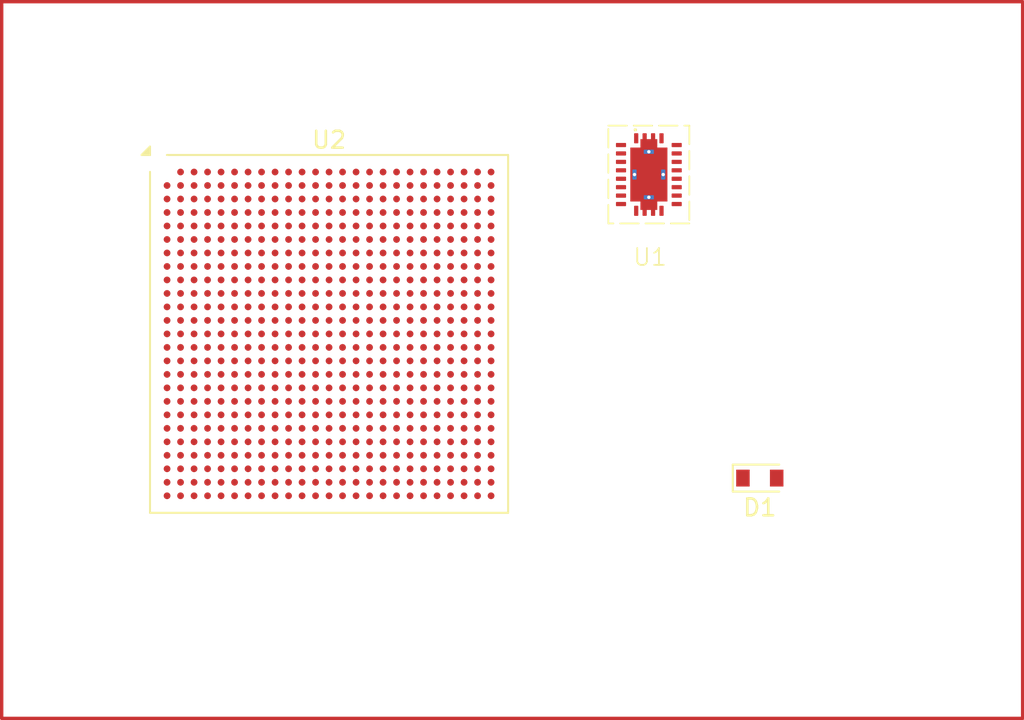
<source format=kicad_pcb>
(kicad_pcb (version 20241229) (generator "pcbnew") (generator_version "9.0")
  (layers (0 "F.Cu" signal) (2 "B.Cu" signal) (13 "F.Paste" user) (15 "B.Paste" user) (5 "F.SilkS" user "F.Silkscreen") (7 "B.SilkS" user "B.Silkscreen") (1 "F.Mask" user) (3 "B.Mask" user) (25 "Edge.Cuts" user))
  (net 0 "")
  (net 24 "Net-(U2A-VDD_SOC_CAP-PadR10)")
  (net 31 "Net-(U2A-GND-PadA13)")
  (net 34 "Net-(U2A-VDD_SOC_IN-PadH16)")
  (net 42 "Net-(U2A-VDD_PU_CAP-PadH17)")
  (net 44 "Net-(U2A-VDD_ARM23_IN-PadK9)")
  (net 46 "Net-(U2U-NVCC_DRAM-PadR18)")
  (net 89 "Net-(U2A-VDD_ARM_IN-PadH14)")
  (net 97 "Net-(U2A-VDD_HIGH_CAP-PadH10)")
  (net 127 "Net-(U2A-VDD_ARM23_CAP-PadH11)")
  (net 160 "Net-(U2A-VDD_ARM_CAP-PadH13)")
  (net 176 "Net-(U2A-VDD_HIGH_IN-PadH9)")
  (footprint "Library-FMARION-FOOTPRINT:TCAN4551-Q1" (layer "F.Cu") (at 158.85 80.25)
    (property "Reference" "U1" (at 0.075 4.9 0) (layer "F.SilkS") (effects (font (thickness 0.1))))
    (property "Value" "TCAN4551-Q1")
    (fp_rect (start -1.1 -1.6) (end 1.1 1.6) (fill yes) (layers "F.Cu" "F.Mask"))
    (fp_rect (start -0.5 -2.1) (end 0.5 2.1) (fill yes) (layers "F.Cu" "F.Mask"))
    (pad "" thru_hole roundrect (at -0.85 0 270) (size 0.6 0.25) (drill 0.2) (property pad_prop_heatsink) (layers "*.Cu" "*.Mask") (roundrect_rratio 0.15))
    (pad "" smd roundrect (at -0.25 -2.15 90) (size 0.6 0.25) (layers "F.Cu" "F.Mask" "F.Paste") (roundrect_rratio 0.15))
    (pad "" smd roundrect (at -0.25 2.15 90) (size 0.6 0.25) (layers "F.Cu" "F.Mask" "F.Paste") (roundrect_rratio 0.15))
    (pad "" thru_hole roundrect (at 0 -1.35) (size 0.6 0.25) (drill 0.2) (property pad_prop_heatsink) (layers "*.Cu" "*.Mask") (roundrect_rratio 0.15))
    (pad "" thru_hole roundrect (at 0 1.35) (size 0.6 0.25) (drill 0.2) (property pad_prop_heatsink) (layers "*.Cu" "*.Mask") (roundrect_rratio 0.15))
    (pad "" smd roundrect (at 0.25 -2.15 90) (size 0.6 0.25) (layers "F.Cu" "F.Mask" "F.Paste") (roundrect_rratio 0.15))
    (pad "" smd roundrect (at 0.25 2.15 90) (size 0.6 0.25) (layers "F.Cu" "F.Mask" "F.Paste") (roundrect_rratio 0.15))
    (pad "" thru_hole roundrect (at 0.85 0 270) (size 0.6 0.25) (drill 0.2) (property pad_prop_heatsink) (layers "*.Cu" "*.Mask") (roundrect_rratio 0.15))
    (pad "1" smd roundrect (at -0.75 -2.15 90) (size 0.6 0.25) (layers "F.Cu" "F.Mask" "F.Paste") (roundrect_rratio 0.15))
    (pad "2" smd roundrect (at -1.65 -1.75) (size 0.6 0.25) (layers "F.Cu" "F.Mask" "F.Paste") (roundrect_rratio 0.15))
    (pad "3" smd roundrect (at -1.65 -1.25) (size 0.6 0.25) (layers "F.Cu" "F.Mask" "F.Paste") (roundrect_rratio 0.15))
    (pad "4" smd roundrect (at -1.65 -0.75) (size 0.6 0.25) (layers "F.Cu" "F.Mask" "F.Paste") (roundrect_rratio 0.15))
    (pad "5" smd roundrect (at -1.65 -0.25) (size 0.6 0.25) (layers "F.Cu" "F.Mask" "F.Paste") (roundrect_rratio 0.15))
    (pad "6" smd roundrect (at -1.65 0.25) (size 0.6 0.25) (layers "F.Cu" "F.Mask" "F.Paste") (roundrect_rratio 0.15))
    (pad "7" smd roundrect (at -1.65 0.75) (size 0.6 0.25) (layers "F.Cu" "F.Mask" "F.Paste") (roundrect_rratio 0.15))
    (pad "8" smd roundrect (at -1.65 1.25) (size 0.6 0.25) (layers "F.Cu" "F.Mask" "F.Paste") (roundrect_rratio 0.15))
    (pad "9" smd roundrect (at -1.65 1.75) (size 0.6 0.25) (layers "F.Cu" "F.Mask" "F.Paste") (roundrect_rratio 0.15))
    (pad "10" smd roundrect (at -0.75 2.15 270) (size 0.6 0.25) (layers "F.Cu" "F.Mask" "F.Paste") (roundrect_rratio 0.15))
    (pad "11" smd roundrect (at 0.75 2.15 270) (size 0.6 0.25) (layers "F.Cu" "F.Mask" "F.Paste") (roundrect_rratio 0.15))
    (pad "12" smd roundrect (at 1.65 1.75) (size 0.6 0.25) (layers "F.Cu" "F.Mask" "F.Paste") (roundrect_rratio 0.15))
    (pad "13" smd roundrect (at 1.65 1.25) (size 0.6 0.25) (layers "F.Cu" "F.Mask" "F.Paste") (roundrect_rratio 0.15))
    (pad "14" smd roundrect (at 1.65 0.75) (size 0.6 0.25) (layers "F.Cu" "F.Mask" "F.Paste") (roundrect_rratio 0.15))
    (pad "15" smd roundrect (at 1.65 0.25) (size 0.6 0.25) (layers "F.Cu" "F.Mask" "F.Paste") (roundrect_rratio 0.15))
    (pad "16" smd roundrect (at 1.65 -0.25) (size 0.6 0.25) (layers "F.Cu" "F.Mask" "F.Paste") (roundrect_rratio 0.15))
    (pad "17" smd roundrect (at 1.65 -0.75) (size 0.6 0.25) (layers "F.Cu" "F.Mask" "F.Paste") (roundrect_rratio 0.15))
    (pad "18" smd roundrect (at 1.65 -1.25) (size 0.6 0.25) (layers "F.Cu" "F.Mask" "F.Paste") (roundrect_rratio 0.15))
    (pad "19" smd roundrect (at 1.65 -1.75) (size 0.6 0.25) (layers "F.Cu" "F.Mask" "F.Paste") (roundrect_rratio 0.15))
    (pad "20" smd roundrect (at 0.75 -2.15 90) (size 0.6 0.25) (layers "F.Cu" "F.Mask" "F.Paste") (roundrect_rratio 0.15))
  )
  (footprint "LED_SMD:LED_miniPLCC_2315" (layer "F.Cu") (at 165.425 98.25)
    (property "Reference" "D1" (at 0 1.75 0) (layer "F.SilkS"))
    (property "Value" "LED")
    (pad "1" smd rect (at -1 0 180) (size 0.8 1) (layers "F.Cu" "F.Mask" "F.Paste"))
    (pad "2" smd rect (at 1 0 180) (size 0.8 1) (layers "F.Cu" "F.Mask" "F.Paste"))
  )
  (footprint "Package_BGA:BGA-624_21x21mm_Layout25x25_P0.8mm" (layer "F.Cu") (at 139.9 89.7)
    (property "Reference" "U2" (at 0 -11.5 0) (layer "F.SilkS"))
    (property "Value" "MCIMX6D4AVT")
    (pad "A2" smd circle (at -8.8 -9.6) (size 0.4 0.4) (property pad_prop_bga) (layers "F.Cu" "F.Mask" "F.Paste"))
    (pad "A3" smd circle (at -8 -9.6) (size 0.4 0.4) (property pad_prop_bga) (layers "F.Cu" "F.Mask" "F.Paste"))
    (pad "A4" smd circle (at -7.2 -9.6) (size 0.4 0.4) (property pad_prop_bga) (layers "F.Cu" "F.Mask" "F.Paste") (net 31 "Net-(U2A-GND-PadA13)"))
    (pad "A5" smd circle (at -6.4 -9.6) (size 0.4 0.4) (property pad_prop_bga) (layers "F.Cu" "F.Mask" "F.Paste"))
    (pad "A6" smd circle (at -5.6 -9.6) (size 0.4 0.4) (property pad_prop_bga) (layers "F.Cu" "F.Mask" "F.Paste"))
    (pad "A7" smd circle (at -4.8 -9.6) (size 0.4 0.4) (property pad_prop_bga) (layers "F.Cu" "F.Mask" "F.Paste"))
    (pad "A8" smd circle (at -4 -9.6) (size 0.4 0.4) (property pad_prop_bga) (layers "F.Cu" "F.Mask" "F.Paste") (net 31 "Net-(U2A-GND-PadA13)"))
    (pad "A9" smd circle (at -3.2 -9.6) (size 0.4 0.4) (property pad_prop_bga) (layers "F.Cu" "F.Mask" "F.Paste"))
    (pad "A10" smd circle (at -2.4 -9.6) (size 0.4 0.4) (property pad_prop_bga) (layers "F.Cu" "F.Mask" "F.Paste"))
    (pad "A11" smd circle (at -1.6 -9.6) (size 0.4 0.4) (property pad_prop_bga) (layers "F.Cu" "F.Mask" "F.Paste"))
    (pad "A12" smd circle (at -0.8 -9.6) (size 0.4 0.4) (property pad_prop_bga) (layers "F.Cu" "F.Mask" "F.Paste"))
    (pad "A13" smd circle (at 0 -9.6) (size 0.4 0.4) (property pad_prop_bga) (layers "F.Cu" "F.Mask" "F.Paste") (net 31 "Net-(U2A-GND-PadA13)"))
    (pad "A14" smd circle (at 0.8 -9.6) (size 0.4 0.4) (property pad_prop_bga) (layers "F.Cu" "F.Mask" "F.Paste"))
    (pad "A15" smd circle (at 1.6 -9.6) (size 0.4 0.4) (property pad_prop_bga) (layers "F.Cu" "F.Mask" "F.Paste"))
    (pad "A16" smd circle (at 2.4 -9.6) (size 0.4 0.4) (property pad_prop_bga) (layers "F.Cu" "F.Mask" "F.Paste"))
    (pad "A17" smd circle (at 3.2 -9.6) (size 0.4 0.4) (property pad_prop_bga) (layers "F.Cu" "F.Mask" "F.Paste"))
    (pad "A18" smd circle (at 4 -9.6) (size 0.4 0.4) (property pad_prop_bga) (layers "F.Cu" "F.Mask" "F.Paste"))
    (pad "A19" smd circle (at 4.8 -9.6) (size 0.4 0.4) (property pad_prop_bga) (layers "F.Cu" "F.Mask" "F.Paste"))
    (pad "A20" smd circle (at 5.6 -9.6) (size 0.4 0.4) (property pad_prop_bga) (layers "F.Cu" "F.Mask" "F.Paste"))
    (pad "A21" smd circle (at 6.4 -9.6) (size 0.4 0.4) (property pad_prop_bga) (layers "F.Cu" "F.Mask" "F.Paste"))
    (pad "A22" smd circle (at 7.2 -9.6) (size 0.4 0.4) (property pad_prop_bga) (layers "F.Cu" "F.Mask" "F.Paste"))
    (pad "A23" smd circle (at 8 -9.6) (size 0.4 0.4) (property pad_prop_bga) (layers "F.Cu" "F.Mask" "F.Paste"))
    (pad "A24" smd circle (at 8.8 -9.6) (size 0.4 0.4) (property pad_prop_bga) (layers "F.Cu" "F.Mask" "F.Paste"))
    (pad "A25" smd circle (at 9.6 -9.6) (size 0.4 0.4) (property pad_prop_bga) (layers "F.Cu" "F.Mask" "F.Paste") (net 31 "Net-(U2A-GND-PadA13)"))
    (pad "AA1" smd circle (at -9.6 6.4) (size 0.4 0.4) (property pad_prop_bga) (layers "F.Cu" "F.Mask" "F.Paste"))
    (pad "AA2" smd circle (at -8.8 6.4) (size 0.4 0.4) (property pad_prop_bga) (layers "F.Cu" "F.Mask" "F.Paste"))
    (pad "AA3" smd circle (at -8 6.4) (size 0.4 0.4) (property pad_prop_bga) (layers "F.Cu" "F.Mask" "F.Paste"))
    (pad "AA4" smd circle (at -7.2 6.4) (size 0.4 0.4) (property pad_prop_bga) (layers "F.Cu" "F.Mask" "F.Paste"))
    (pad "AA5" smd circle (at -6.4 6.4) (size 0.4 0.4) (property pad_prop_bga) (layers "F.Cu" "F.Mask" "F.Paste"))
    (pad "AA6" smd circle (at -5.6 6.4) (size 0.4 0.4) (property pad_prop_bga) (layers "F.Cu" "F.Mask" "F.Paste"))
    (pad "AA7" smd circle (at -4.8 6.4) (size 0.4 0.4) (property pad_prop_bga) (layers "F.Cu" "F.Mask" "F.Paste") (net 31 "Net-(U2A-GND-PadA13)"))
    (pad "AA8" smd circle (at -4 6.4) (size 0.4 0.4) (property pad_prop_bga) (layers "F.Cu" "F.Mask" "F.Paste"))
    (pad "AA9" smd circle (at -3.2 6.4) (size 0.4 0.4) (property pad_prop_bga) (layers "F.Cu" "F.Mask" "F.Paste"))
    (pad "AA10" smd circle (at -2.4 6.4) (size 0.4 0.4) (property pad_prop_bga) (layers "F.Cu" "F.Mask" "F.Paste") (net 31 "Net-(U2A-GND-PadA13)"))
    (pad "AA11" smd circle (at -1.6 6.4) (size 0.4 0.4) (property pad_prop_bga) (layers "F.Cu" "F.Mask" "F.Paste"))
    (pad "AA12" smd circle (at -0.8 6.4) (size 0.4 0.4) (property pad_prop_bga) (layers "F.Cu" "F.Mask" "F.Paste"))
    (pad "AA13" smd circle (at 0 6.4) (size 0.4 0.4) (property pad_prop_bga) (layers "F.Cu" "F.Mask" "F.Paste") (net 31 "Net-(U2A-GND-PadA13)"))
    (pad "AA14" smd circle (at 0.8 6.4) (size 0.4 0.4) (property pad_prop_bga) (layers "F.Cu" "F.Mask" "F.Paste"))
    (pad "AA15" smd circle (at 1.6 6.4) (size 0.4 0.4) (property pad_prop_bga) (layers "F.Cu" "F.Mask" "F.Paste"))
    (pad "AA16" smd circle (at 2.4 6.4) (size 0.4 0.4) (property pad_prop_bga) (layers "F.Cu" "F.Mask" "F.Paste") (net 31 "Net-(U2A-GND-PadA13)"))
    (pad "AA17" smd circle (at 3.2 6.4) (size 0.4 0.4) (property pad_prop_bga) (layers "F.Cu" "F.Mask" "F.Paste"))
    (pad "AA18" smd circle (at 4 6.4) (size 0.4 0.4) (property pad_prop_bga) (layers "F.Cu" "F.Mask" "F.Paste"))
    (pad "AA19" smd circle (at 4.8 6.4) (size 0.4 0.4) (property pad_prop_bga) (layers "F.Cu" "F.Mask" "F.Paste") (net 31 "Net-(U2A-GND-PadA13)"))
    (pad "AA20" smd circle (at 5.6 6.4) (size 0.4 0.4) (property pad_prop_bga) (layers "F.Cu" "F.Mask" "F.Paste"))
    (pad "AA21" smd circle (at 6.4 6.4) (size 0.4 0.4) (property pad_prop_bga) (layers "F.Cu" "F.Mask" "F.Paste"))
    (pad "AA22" smd circle (at 7.2 6.4) (size 0.4 0.4) (property pad_prop_bga) (layers "F.Cu" "F.Mask" "F.Paste") (net 31 "Net-(U2A-GND-PadA13)"))
    (pad "AA23" smd circle (at 8 6.4) (size 0.4 0.4) (property pad_prop_bga) (layers "F.Cu" "F.Mask" "F.Paste"))
    (pad "AA24" smd circle (at 8.8 6.4) (size 0.4 0.4) (property pad_prop_bga) (layers "F.Cu" "F.Mask" "F.Paste"))
    (pad "AA25" smd circle (at 9.6 6.4) (size 0.4 0.4) (property pad_prop_bga) (layers "F.Cu" "F.Mask" "F.Paste"))
    (pad "AB1" smd circle (at -9.6 7.2) (size 0.4 0.4) (property pad_prop_bga) (layers "F.Cu" "F.Mask" "F.Paste"))
    (pad "AB2" smd circle (at -8.8 7.2) (size 0.4 0.4) (property pad_prop_bga) (layers "F.Cu" "F.Mask" "F.Paste"))
    (pad "AB3" smd circle (at -8 7.2) (size 0.4 0.4) (property pad_prop_bga) (layers "F.Cu" "F.Mask" "F.Paste") (net 31 "Net-(U2A-GND-PadA13)"))
    (pad "AB4" smd circle (at -7.2 7.2) (size 0.4 0.4) (property pad_prop_bga) (layers "F.Cu" "F.Mask" "F.Paste"))
    (pad "AB5" smd circle (at -6.4 7.2) (size 0.4 0.4) (property pad_prop_bga) (layers "F.Cu" "F.Mask" "F.Paste"))
    (pad "AB6" smd circle (at -5.6 7.2) (size 0.4 0.4) (property pad_prop_bga) (layers "F.Cu" "F.Mask" "F.Paste"))
    (pad "AB7" smd circle (at -4.8 7.2) (size 0.4 0.4) (property pad_prop_bga) (layers "F.Cu" "F.Mask" "F.Paste"))
    (pad "AB8" smd circle (at -4 7.2) (size 0.4 0.4) (property pad_prop_bga) (layers "F.Cu" "F.Mask" "F.Paste"))
    (pad "AB9" smd circle (at -3.2 7.2) (size 0.4 0.4) (property pad_prop_bga) (layers "F.Cu" "F.Mask" "F.Paste"))
    (pad "AB10" smd circle (at -2.4 7.2) (size 0.4 0.4) (property pad_prop_bga) (layers "F.Cu" "F.Mask" "F.Paste"))
    (pad "AB11" smd circle (at -1.6 7.2) (size 0.4 0.4) (property pad_prop_bga) (layers "F.Cu" "F.Mask" "F.Paste"))
    (pad "AB12" smd circle (at -0.8 7.2) (size 0.4 0.4) (property pad_prop_bga) (layers "F.Cu" "F.Mask" "F.Paste"))
    (pad "AB13" smd circle (at 0 7.2) (size 0.4 0.4) (property pad_prop_bga) (layers "F.Cu" "F.Mask" "F.Paste"))
    (pad "AB14" smd circle (at 0.8 7.2) (size 0.4 0.4) (property pad_prop_bga) (layers "F.Cu" "F.Mask" "F.Paste"))
    (pad "AB15" smd circle (at 1.6 7.2) (size 0.4 0.4) (property pad_prop_bga) (layers "F.Cu" "F.Mask" "F.Paste"))
    (pad "AB16" smd circle (at 2.4 7.2) (size 0.4 0.4) (property pad_prop_bga) (layers "F.Cu" "F.Mask" "F.Paste"))
    (pad "AB17" smd circle (at 3.2 7.2) (size 0.4 0.4) (property pad_prop_bga) (layers "F.Cu" "F.Mask" "F.Paste"))
    (pad "AB18" smd circle (at 4 7.2) (size 0.4 0.4) (property pad_prop_bga) (layers "F.Cu" "F.Mask" "F.Paste"))
    (pad "AB19" smd circle (at 4.8 7.2) (size 0.4 0.4) (property pad_prop_bga) (layers "F.Cu" "F.Mask" "F.Paste"))
    (pad "AB20" smd circle (at 5.6 7.2) (size 0.4 0.4) (property pad_prop_bga) (layers "F.Cu" "F.Mask" "F.Paste"))
    (pad "AB21" smd circle (at 6.4 7.2) (size 0.4 0.4) (property pad_prop_bga) (layers "F.Cu" "F.Mask" "F.Paste"))
    (pad "AB22" smd circle (at 7.2 7.2) (size 0.4 0.4) (property pad_prop_bga) (layers "F.Cu" "F.Mask" "F.Paste"))
    (pad "AB23" smd circle (at 8 7.2) (size 0.4 0.4) (property pad_prop_bga) (layers "F.Cu" "F.Mask" "F.Paste"))
    (pad "AB24" smd circle (at 8.8 7.2) (size 0.4 0.4) (property pad_prop_bga) (layers "F.Cu" "F.Mask" "F.Paste") (net 31 "Net-(U2A-GND-PadA13)"))
    (pad "AB25" smd circle (at 9.6 7.2) (size 0.4 0.4) (property pad_prop_bga) (layers "F.Cu" "F.Mask" "F.Paste"))
    (pad "AC1" smd circle (at -9.6 8) (size 0.4 0.4) (property pad_prop_bga) (layers "F.Cu" "F.Mask" "F.Paste"))
    (pad "AC2" smd circle (at -8.8 8) (size 0.4 0.4) (property pad_prop_bga) (layers "F.Cu" "F.Mask" "F.Paste"))
    (pad "AC3" smd circle (at -8 8) (size 0.4 0.4) (property pad_prop_bga) (layers "F.Cu" "F.Mask" "F.Paste"))
    (pad "AC4" smd circle (at -7.2 8) (size 0.4 0.4) (property pad_prop_bga) (layers "F.Cu" "F.Mask" "F.Paste"))
    (pad "AC5" smd circle (at -6.4 8) (size 0.4 0.4) (property pad_prop_bga) (layers "F.Cu" "F.Mask" "F.Paste"))
    (pad "AC6" smd circle (at -5.6 8) (size 0.4 0.4) (property pad_prop_bga) (layers "F.Cu" "F.Mask" "F.Paste"))
    (pad "AC7" smd circle (at -4.8 8) (size 0.4 0.4) (property pad_prop_bga) (layers "F.Cu" "F.Mask" "F.Paste"))
    (pad "AC8" smd circle (at -4 8) (size 0.4 0.4) (property pad_prop_bga) (layers "F.Cu" "F.Mask" "F.Paste"))
    (pad "AC9" smd circle (at -3.2 8) (size 0.4 0.4) (property pad_prop_bga) (layers "F.Cu" "F.Mask" "F.Paste"))
    (pad "AC10" smd circle (at -2.4 8) (size 0.4 0.4) (property pad_prop_bga) (layers "F.Cu" "F.Mask" "F.Paste"))
    (pad "AC11" smd circle (at -1.6 8) (size 0.4 0.4) (property pad_prop_bga) (layers "F.Cu" "F.Mask" "F.Paste"))
    (pad "AC12" smd circle (at -0.8 8) (size 0.4 0.4) (property pad_prop_bga) (layers "F.Cu" "F.Mask" "F.Paste"))
    (pad "AC13" smd circle (at 0 8) (size 0.4 0.4) (property pad_prop_bga) (layers "F.Cu" "F.Mask" "F.Paste"))
    (pad "AC14" smd circle (at 0.8 8) (size 0.4 0.4) (property pad_prop_bga) (layers "F.Cu" "F.Mask" "F.Paste"))
    (pad "AC15" smd circle (at 1.6 8) (size 0.4 0.4) (property pad_prop_bga) (layers "F.Cu" "F.Mask" "F.Paste"))
    (pad "AC16" smd circle (at 2.4 8) (size 0.4 0.4) (property pad_prop_bga) (layers "F.Cu" "F.Mask" "F.Paste"))
    (pad "AC17" smd circle (at 3.2 8) (size 0.4 0.4) (property pad_prop_bga) (layers "F.Cu" "F.Mask" "F.Paste"))
    (pad "AC18" smd circle (at 4 8) (size 0.4 0.4) (property pad_prop_bga) (layers "F.Cu" "F.Mask" "F.Paste"))
    (pad "AC19" smd circle (at 4.8 8) (size 0.4 0.4) (property pad_prop_bga) (layers "F.Cu" "F.Mask" "F.Paste"))
    (pad "AC20" smd circle (at 5.6 8) (size 0.4 0.4) (property pad_prop_bga) (layers "F.Cu" "F.Mask" "F.Paste"))
    (pad "AC21" smd circle (at 6.4 8) (size 0.4 0.4) (property pad_prop_bga) (layers "F.Cu" "F.Mask" "F.Paste"))
    (pad "AC22" smd circle (at 7.2 8) (size 0.4 0.4) (property pad_prop_bga) (layers "F.Cu" "F.Mask" "F.Paste"))
    (pad "AC23" smd circle (at 8 8) (size 0.4 0.4) (property pad_prop_bga) (layers "F.Cu" "F.Mask" "F.Paste"))
    (pad "AC24" smd circle (at 8.8 8) (size 0.4 0.4) (property pad_prop_bga) (layers "F.Cu" "F.Mask" "F.Paste"))
    (pad "AC25" smd circle (at 9.6 8) (size 0.4 0.4) (property pad_prop_bga) (layers "F.Cu" "F.Mask" "F.Paste"))
    (pad "AD1" smd circle (at -9.6 8.8) (size 0.4 0.4) (property pad_prop_bga) (layers "F.Cu" "F.Mask" "F.Paste"))
    (pad "AD2" smd circle (at -8.8 8.8) (size 0.4 0.4) (property pad_prop_bga) (layers "F.Cu" "F.Mask" "F.Paste"))
    (pad "AD3" smd circle (at -8 8.8) (size 0.4 0.4) (property pad_prop_bga) (layers "F.Cu" "F.Mask" "F.Paste"))
    (pad "AD4" smd circle (at -7.2 8.8) (size 0.4 0.4) (property pad_prop_bga) (layers "F.Cu" "F.Mask" "F.Paste") (net 31 "Net-(U2A-GND-PadA13)"))
    (pad "AD5" smd circle (at -6.4 8.8) (size 0.4 0.4) (property pad_prop_bga) (layers "F.Cu" "F.Mask" "F.Paste"))
    (pad "AD6" smd circle (at -5.6 8.8) (size 0.4 0.4) (property pad_prop_bga) (layers "F.Cu" "F.Mask" "F.Paste"))
    (pad "AD7" smd circle (at -4.8 8.8) (size 0.4 0.4) (property pad_prop_bga) (layers "F.Cu" "F.Mask" "F.Paste") (net 31 "Net-(U2A-GND-PadA13)"))
    (pad "AD8" smd circle (at -4 8.8) (size 0.4 0.4) (property pad_prop_bga) (layers "F.Cu" "F.Mask" "F.Paste"))
    (pad "AD9" smd circle (at -3.2 8.8) (size 0.4 0.4) (property pad_prop_bga) (layers "F.Cu" "F.Mask" "F.Paste"))
    (pad "AD10" smd circle (at -2.4 8.8) (size 0.4 0.4) (property pad_prop_bga) (layers "F.Cu" "F.Mask" "F.Paste") (net 31 "Net-(U2A-GND-PadA13)"))
    (pad "AD11" smd circle (at -1.6 8.8) (size 0.4 0.4) (property pad_prop_bga) (layers "F.Cu" "F.Mask" "F.Paste"))
    (pad "AD12" smd circle (at -0.8 8.8) (size 0.4 0.4) (property pad_prop_bga) (layers "F.Cu" "F.Mask" "F.Paste"))
    (pad "AD13" smd circle (at 0 8.8) (size 0.4 0.4) (property pad_prop_bga) (layers "F.Cu" "F.Mask" "F.Paste") (net 31 "Net-(U2A-GND-PadA13)"))
    (pad "AD14" smd circle (at 0.8 8.8) (size 0.4 0.4) (property pad_prop_bga) (layers "F.Cu" "F.Mask" "F.Paste"))
    (pad "AD15" smd circle (at 1.6 8.8) (size 0.4 0.4) (property pad_prop_bga) (layers "F.Cu" "F.Mask" "F.Paste"))
    (pad "AD16" smd circle (at 2.4 8.8) (size 0.4 0.4) (property pad_prop_bga) (layers "F.Cu" "F.Mask" "F.Paste") (net 31 "Net-(U2A-GND-PadA13)"))
    (pad "AD17" smd circle (at 3.2 8.8) (size 0.4 0.4) (property pad_prop_bga) (layers "F.Cu" "F.Mask" "F.Paste"))
    (pad "AD18" smd circle (at 4 8.8) (size 0.4 0.4) (property pad_prop_bga) (layers "F.Cu" "F.Mask" "F.Paste"))
    (pad "AD19" smd circle (at 4.8 8.8) (size 0.4 0.4) (property pad_prop_bga) (layers "F.Cu" "F.Mask" "F.Paste") (net 31 "Net-(U2A-GND-PadA13)"))
    (pad "AD20" smd circle (at 5.6 8.8) (size 0.4 0.4) (property pad_prop_bga) (layers "F.Cu" "F.Mask" "F.Paste"))
    (pad "AD21" smd circle (at 6.4 8.8) (size 0.4 0.4) (property pad_prop_bga) (layers "F.Cu" "F.Mask" "F.Paste"))
    (pad "AD22" smd circle (at 7.2 8.8) (size 0.4 0.4) (property pad_prop_bga) (layers "F.Cu" "F.Mask" "F.Paste") (net 31 "Net-(U2A-GND-PadA13)"))
    (pad "AD23" smd circle (at 8 8.8) (size 0.4 0.4) (property pad_prop_bga) (layers "F.Cu" "F.Mask" "F.Paste"))
    (pad "AD24" smd circle (at 8.8 8.8) (size 0.4 0.4) (property pad_prop_bga) (layers "F.Cu" "F.Mask" "F.Paste"))
    (pad "AD25" smd circle (at 9.6 8.8) (size 0.4 0.4) (property pad_prop_bga) (layers "F.Cu" "F.Mask" "F.Paste"))
    (pad "AE1" smd circle (at -9.6 9.6) (size 0.4 0.4) (property pad_prop_bga) (layers "F.Cu" "F.Mask" "F.Paste") (net 31 "Net-(U2A-GND-PadA13)"))
    (pad "AE2" smd circle (at -8.8 9.6) (size 0.4 0.4) (property pad_prop_bga) (layers "F.Cu" "F.Mask" "F.Paste"))
    (pad "AE3" smd circle (at -8 9.6) (size 0.4 0.4) (property pad_prop_bga) (layers "F.Cu" "F.Mask" "F.Paste"))
    (pad "AE4" smd circle (at -7.2 9.6) (size 0.4 0.4) (property pad_prop_bga) (layers "F.Cu" "F.Mask" "F.Paste"))
    (pad "AE5" smd circle (at -6.4 9.6) (size 0.4 0.4) (property pad_prop_bga) (layers "F.Cu" "F.Mask" "F.Paste"))
    (pad "AE6" smd circle (at -5.6 9.6) (size 0.4 0.4) (property pad_prop_bga) (layers "F.Cu" "F.Mask" "F.Paste"))
    (pad "AE7" smd circle (at -4.8 9.6) (size 0.4 0.4) (property pad_prop_bga) (layers "F.Cu" "F.Mask" "F.Paste"))
    (pad "AE8" smd circle (at -4 9.6) (size 0.4 0.4) (property pad_prop_bga) (layers "F.Cu" "F.Mask" "F.Paste"))
    (pad "AE9" smd circle (at -3.2 9.6) (size 0.4 0.4) (property pad_prop_bga) (layers "F.Cu" "F.Mask" "F.Paste"))
    (pad "AE10" smd circle (at -2.4 9.6) (size 0.4 0.4) (property pad_prop_bga) (layers "F.Cu" "F.Mask" "F.Paste"))
    (pad "AE11" smd circle (at -1.6 9.6) (size 0.4 0.4) (property pad_prop_bga) (layers "F.Cu" "F.Mask" "F.Paste"))
    (pad "AE12" smd circle (at -0.8 9.6) (size 0.4 0.4) (property pad_prop_bga) (layers "F.Cu" "F.Mask" "F.Paste"))
    (pad "AE13" smd circle (at 0 9.6) (size 0.4 0.4) (property pad_prop_bga) (layers "F.Cu" "F.Mask" "F.Paste"))
    (pad "AE14" smd circle (at 0.8 9.6) (size 0.4 0.4) (property pad_prop_bga) (layers "F.Cu" "F.Mask" "F.Paste"))
    (pad "AE15" smd circle (at 1.6 9.6) (size 0.4 0.4) (property pad_prop_bga) (layers "F.Cu" "F.Mask" "F.Paste"))
    (pad "AE16" smd circle (at 2.4 9.6) (size 0.4 0.4) (property pad_prop_bga) (layers "F.Cu" "F.Mask" "F.Paste"))
    (pad "AE17" smd circle (at 3.2 9.6) (size 0.4 0.4) (property pad_prop_bga) (layers "F.Cu" "F.Mask" "F.Paste"))
    (pad "AE18" smd circle (at 4 9.6) (size 0.4 0.4) (property pad_prop_bga) (layers "F.Cu" "F.Mask" "F.Paste"))
    (pad "AE19" smd circle (at 4.8 9.6) (size 0.4 0.4) (property pad_prop_bga) (layers "F.Cu" "F.Mask" "F.Paste"))
    (pad "AE20" smd circle (at 5.6 9.6) (size 0.4 0.4) (property pad_prop_bga) (layers "F.Cu" "F.Mask" "F.Paste"))
    (pad "AE21" smd circle (at 6.4 9.6) (size 0.4 0.4) (property pad_prop_bga) (layers "F.Cu" "F.Mask" "F.Paste"))
    (pad "AE22" smd circle (at 7.2 9.6) (size 0.4 0.4) (property pad_prop_bga) (layers "F.Cu" "F.Mask" "F.Paste"))
    (pad "AE23" smd circle (at 8 9.6) (size 0.4 0.4) (property pad_prop_bga) (layers "F.Cu" "F.Mask" "F.Paste"))
    (pad "AE24" smd circle (at 8.8 9.6) (size 0.4 0.4) (property pad_prop_bga) (layers "F.Cu" "F.Mask" "F.Paste"))
    (pad "AE25" smd circle (at 9.6 9.6) (size 0.4 0.4) (property pad_prop_bga) (layers "F.Cu" "F.Mask" "F.Paste") (net 31 "Net-(U2A-GND-PadA13)"))
    (pad "B1" smd circle (at -9.6 -8.8) (size 0.4 0.4) (property pad_prop_bga) (layers "F.Cu" "F.Mask" "F.Paste"))
    (pad "B2" smd circle (at -8.8 -8.8) (size 0.4 0.4) (property pad_prop_bga) (layers "F.Cu" "F.Mask" "F.Paste"))
    (pad "B3" smd circle (at -8 -8.8) (size 0.4 0.4) (property pad_prop_bga) (layers "F.Cu" "F.Mask" "F.Paste"))
    (pad "B4" smd circle (at -7.2 -8.8) (size 0.4 0.4) (property pad_prop_bga) (layers "F.Cu" "F.Mask" "F.Paste") (net 31 "Net-(U2A-GND-PadA13)"))
    (pad "B5" smd circle (at -6.4 -8.8) (size 0.4 0.4) (property pad_prop_bga) (layers "F.Cu" "F.Mask" "F.Paste"))
    (pad "B6" smd circle (at -5.6 -8.8) (size 0.4 0.4) (property pad_prop_bga) (layers "F.Cu" "F.Mask" "F.Paste"))
    (pad "B7" smd circle (at -4.8 -8.8) (size 0.4 0.4) (property pad_prop_bga) (layers "F.Cu" "F.Mask" "F.Paste"))
    (pad "B8" smd circle (at -4 -8.8) (size 0.4 0.4) (property pad_prop_bga) (layers "F.Cu" "F.Mask" "F.Paste"))
    (pad "B9" smd circle (at -3.2 -8.8) (size 0.4 0.4) (property pad_prop_bga) (layers "F.Cu" "F.Mask" "F.Paste"))
    (pad "B10" smd circle (at -2.4 -8.8) (size 0.4 0.4) (property pad_prop_bga) (layers "F.Cu" "F.Mask" "F.Paste"))
    (pad "B11" smd circle (at -1.6 -8.8) (size 0.4 0.4) (property pad_prop_bga) (layers "F.Cu" "F.Mask" "F.Paste"))
    (pad "B12" smd circle (at -0.8 -8.8) (size 0.4 0.4) (property pad_prop_bga) (layers "F.Cu" "F.Mask" "F.Paste"))
    (pad "B13" smd circle (at 0 -8.8) (size 0.4 0.4) (property pad_prop_bga) (layers "F.Cu" "F.Mask" "F.Paste"))
    (pad "B14" smd circle (at 0.8 -8.8) (size 0.4 0.4) (property pad_prop_bga) (layers "F.Cu" "F.Mask" "F.Paste"))
    (pad "B15" smd circle (at 1.6 -8.8) (size 0.4 0.4) (property pad_prop_bga) (layers "F.Cu" "F.Mask" "F.Paste"))
    (pad "B16" smd circle (at 2.4 -8.8) (size 0.4 0.4) (property pad_prop_bga) (layers "F.Cu" "F.Mask" "F.Paste"))
    (pad "B17" smd circle (at 3.2 -8.8) (size 0.4 0.4) (property pad_prop_bga) (layers "F.Cu" "F.Mask" "F.Paste"))
    (pad "B18" smd circle (at 4 -8.8) (size 0.4 0.4) (property pad_prop_bga) (layers "F.Cu" "F.Mask" "F.Paste"))
    (pad "B19" smd circle (at 4.8 -8.8) (size 0.4 0.4) (property pad_prop_bga) (layers "F.Cu" "F.Mask" "F.Paste"))
    (pad "B20" smd circle (at 5.6 -8.8) (size 0.4 0.4) (property pad_prop_bga) (layers "F.Cu" "F.Mask" "F.Paste"))
    (pad "B21" smd circle (at 6.4 -8.8) (size 0.4 0.4) (property pad_prop_bga) (layers "F.Cu" "F.Mask" "F.Paste"))
    (pad "B22" smd circle (at 7.2 -8.8) (size 0.4 0.4) (property pad_prop_bga) (layers "F.Cu" "F.Mask" "F.Paste"))
    (pad "B23" smd circle (at 8 -8.8) (size 0.4 0.4) (property pad_prop_bga) (layers "F.Cu" "F.Mask" "F.Paste"))
    (pad "B24" smd circle (at 8.8 -8.8) (size 0.4 0.4) (property pad_prop_bga) (layers "F.Cu" "F.Mask" "F.Paste"))
    (pad "B25" smd circle (at 9.6 -8.8) (size 0.4 0.4) (property pad_prop_bga) (layers "F.Cu" "F.Mask" "F.Paste"))
    (pad "C1" smd circle (at -9.6 -8) (size 0.4 0.4) (property pad_prop_bga) (layers "F.Cu" "F.Mask" "F.Paste") (net 31 "Net-(U2A-GND-PadA13)"))
    (pad "C2" smd circle (at -8.8 -8) (size 0.4 0.4) (property pad_prop_bga) (layers "F.Cu" "F.Mask" "F.Paste"))
    (pad "C3" smd circle (at -8 -8) (size 0.4 0.4) (property pad_prop_bga) (layers "F.Cu" "F.Mask" "F.Paste"))
    (pad "C4" smd circle (at -7.2 -8) (size 0.4 0.4) (property pad_prop_bga) (layers "F.Cu" "F.Mask" "F.Paste") (net 31 "Net-(U2A-GND-PadA13)"))
    (pad "C5" smd circle (at -6.4 -8) (size 0.4 0.4) (property pad_prop_bga) (layers "F.Cu" "F.Mask" "F.Paste"))
    (pad "C6" smd circle (at -5.6 -8) (size 0.4 0.4) (property pad_prop_bga) (layers "F.Cu" "F.Mask" "F.Paste") (net 31 "Net-(U2A-GND-PadA13)"))
    (pad "C7" smd circle (at -4.8 -8) (size 0.4 0.4) (property pad_prop_bga) (layers "F.Cu" "F.Mask" "F.Paste"))
    (pad "C8" smd circle (at -4 -8) (size 0.4 0.4) (property pad_prop_bga) (layers "F.Cu" "F.Mask" "F.Paste"))
    (pad "C9" smd circle (at -3.2 -8) (size 0.4 0.4) (property pad_prop_bga) (layers "F.Cu" "F.Mask" "F.Paste"))
    (pad "C10" smd circle (at -2.4 -8) (size 0.4 0.4) (property pad_prop_bga) (layers "F.Cu" "F.Mask" "F.Paste") (net 31 "Net-(U2A-GND-PadA13)"))
    (pad "C11" smd circle (at -1.6 -8) (size 0.4 0.4) (property pad_prop_bga) (layers "F.Cu" "F.Mask" "F.Paste"))
    (pad "C12" smd circle (at -0.8 -8) (size 0.4 0.4) (property pad_prop_bga) (layers "F.Cu" "F.Mask" "F.Paste"))
    (pad "C13" smd circle (at 0 -8) (size 0.4 0.4) (property pad_prop_bga) (layers "F.Cu" "F.Mask" "F.Paste"))
    (pad "C14" smd circle (at 0.8 -8) (size 0.4 0.4) (property pad_prop_bga) (layers "F.Cu" "F.Mask" "F.Paste"))
    (pad "C15" smd circle (at 1.6 -8) (size 0.4 0.4) (property pad_prop_bga) (layers "F.Cu" "F.Mask" "F.Paste"))
    (pad "C16" smd circle (at 2.4 -8) (size 0.4 0.4) (property pad_prop_bga) (layers "F.Cu" "F.Mask" "F.Paste"))
    (pad "C17" smd circle (at 3.2 -8) (size 0.4 0.4) (property pad_prop_bga) (layers "F.Cu" "F.Mask" "F.Paste"))
    (pad "C18" smd circle (at 4 -8) (size 0.4 0.4) (property pad_prop_bga) (layers "F.Cu" "F.Mask" "F.Paste"))
    (pad "C19" smd circle (at 4.8 -8) (size 0.4 0.4) (property pad_prop_bga) (layers "F.Cu" "F.Mask" "F.Paste"))
    (pad "C20" smd circle (at 5.6 -8) (size 0.4 0.4) (property pad_prop_bga) (layers "F.Cu" "F.Mask" "F.Paste"))
    (pad "C21" smd circle (at 6.4 -8) (size 0.4 0.4) (property pad_prop_bga) (layers "F.Cu" "F.Mask" "F.Paste"))
    (pad "C22" smd circle (at 7.2 -8) (size 0.4 0.4) (property pad_prop_bga) (layers "F.Cu" "F.Mask" "F.Paste"))
    (pad "C23" smd circle (at 8 -8) (size 0.4 0.4) (property pad_prop_bga) (layers "F.Cu" "F.Mask" "F.Paste"))
    (pad "C24" smd circle (at 8.8 -8) (size 0.4 0.4) (property pad_prop_bga) (layers "F.Cu" "F.Mask" "F.Paste"))
    (pad "C25" smd circle (at 9.6 -8) (size 0.4 0.4) (property pad_prop_bga) (layers "F.Cu" "F.Mask" "F.Paste"))
    (pad "D1" smd circle (at -9.6 -7.2) (size 0.4 0.4) (property pad_prop_bga) (layers "F.Cu" "F.Mask" "F.Paste"))
    (pad "D2" smd circle (at -8.8 -7.2) (size 0.4 0.4) (property pad_prop_bga) (layers "F.Cu" "F.Mask" "F.Paste"))
    (pad "D3" smd circle (at -8 -7.2) (size 0.4 0.4) (property pad_prop_bga) (layers "F.Cu" "F.Mask" "F.Paste") (net 31 "Net-(U2A-GND-PadA13)"))
    (pad "D4" smd circle (at -7.2 -7.2) (size 0.4 0.4) (property pad_prop_bga) (layers "F.Cu" "F.Mask" "F.Paste"))
    (pad "D5" smd circle (at -6.4 -7.2) (size 0.4 0.4) (property pad_prop_bga) (layers "F.Cu" "F.Mask" "F.Paste"))
    (pad "D6" smd circle (at -5.6 -7.2) (size 0.4 0.4) (property pad_prop_bga) (layers "F.Cu" "F.Mask" "F.Paste") (net 31 "Net-(U2A-GND-PadA13)"))
    (pad "D7" smd circle (at -4.8 -7.2) (size 0.4 0.4) (property pad_prop_bga) (layers "F.Cu" "F.Mask" "F.Paste"))
    (pad "D8" smd circle (at -4 -7.2) (size 0.4 0.4) (property pad_prop_bga) (layers "F.Cu" "F.Mask" "F.Paste") (net 31 "Net-(U2A-GND-PadA13)"))
    (pad "D9" smd circle (at -3.2 -7.2) (size 0.4 0.4) (property pad_prop_bga) (layers "F.Cu" "F.Mask" "F.Paste"))
    (pad "D10" smd circle (at -2.4 -7.2) (size 0.4 0.4) (property pad_prop_bga) (layers "F.Cu" "F.Mask" "F.Paste"))
    (pad "D11" smd circle (at -1.6 -7.2) (size 0.4 0.4) (property pad_prop_bga) (layers "F.Cu" "F.Mask" "F.Paste"))
    (pad "D12" smd circle (at -0.8 -7.2) (size 0.4 0.4) (property pad_prop_bga) (layers "F.Cu" "F.Mask" "F.Paste"))
    (pad "D13" smd circle (at 0 -7.2) (size 0.4 0.4) (property pad_prop_bga) (layers "F.Cu" "F.Mask" "F.Paste"))
    (pad "D14" smd circle (at 0.8 -7.2) (size 0.4 0.4) (property pad_prop_bga) (layers "F.Cu" "F.Mask" "F.Paste"))
    (pad "D15" smd circle (at 1.6 -7.2) (size 0.4 0.4) (property pad_prop_bga) (layers "F.Cu" "F.Mask" "F.Paste"))
    (pad "D16" smd circle (at 2.4 -7.2) (size 0.4 0.4) (property pad_prop_bga) (layers "F.Cu" "F.Mask" "F.Paste"))
    (pad "D17" smd circle (at 3.2 -7.2) (size 0.4 0.4) (property pad_prop_bga) (layers "F.Cu" "F.Mask" "F.Paste"))
    (pad "D18" smd circle (at 4 -7.2) (size 0.4 0.4) (property pad_prop_bga) (layers "F.Cu" "F.Mask" "F.Paste"))
    (pad "D19" smd circle (at 4.8 -7.2) (size 0.4 0.4) (property pad_prop_bga) (layers "F.Cu" "F.Mask" "F.Paste"))
    (pad "D20" smd circle (at 5.6 -7.2) (size 0.4 0.4) (property pad_prop_bga) (layers "F.Cu" "F.Mask" "F.Paste"))
    (pad "D21" smd circle (at 6.4 -7.2) (size 0.4 0.4) (property pad_prop_bga) (layers "F.Cu" "F.Mask" "F.Paste"))
    (pad "D22" smd circle (at 7.2 -7.2) (size 0.4 0.4) (property pad_prop_bga) (layers "F.Cu" "F.Mask" "F.Paste"))
    (pad "D23" smd circle (at 8 -7.2) (size 0.4 0.4) (property pad_prop_bga) (layers "F.Cu" "F.Mask" "F.Paste"))
    (pad "D24" smd circle (at 8.8 -7.2) (size 0.4 0.4) (property pad_prop_bga) (layers "F.Cu" "F.Mask" "F.Paste"))
    (pad "D25" smd circle (at 9.6 -7.2) (size 0.4 0.4) (property pad_prop_bga) (layers "F.Cu" "F.Mask" "F.Paste"))
    (pad "E1" smd circle (at -9.6 -6.4) (size 0.4 0.4) (property pad_prop_bga) (layers "F.Cu" "F.Mask" "F.Paste"))
    (pad "E2" smd circle (at -8.8 -6.4) (size 0.4 0.4) (property pad_prop_bga) (layers "F.Cu" "F.Mask" "F.Paste"))
    (pad "E3" smd circle (at -8 -6.4) (size 0.4 0.4) (property pad_prop_bga) (layers "F.Cu" "F.Mask" "F.Paste"))
    (pad "E4" smd circle (at -7.2 -6.4) (size 0.4 0.4) (property pad_prop_bga) (layers "F.Cu" "F.Mask" "F.Paste"))
    (pad "E5" smd circle (at -6.4 -6.4) (size 0.4 0.4) (property pad_prop_bga) (layers "F.Cu" "F.Mask" "F.Paste") (net 31 "Net-(U2A-GND-PadA13)"))
    (pad "E6" smd circle (at -5.6 -6.4) (size 0.4 0.4) (property pad_prop_bga) (layers "F.Cu" "F.Mask" "F.Paste") (net 31 "Net-(U2A-GND-PadA13)"))
    (pad "E7" smd circle (at -4.8 -6.4) (size 0.4 0.4) (property pad_prop_bga) (layers "F.Cu" "F.Mask" "F.Paste") (net 31 "Net-(U2A-GND-PadA13)"))
    (pad "E8" smd circle (at -4 -6.4) (size 0.4 0.4) (property pad_prop_bga) (layers "F.Cu" "F.Mask" "F.Paste"))
    (pad "E9" smd circle (at -3.2 -6.4) (size 0.4 0.4) (property pad_prop_bga) (layers "F.Cu" "F.Mask" "F.Paste"))
    (pad "E10" smd circle (at -2.4 -6.4) (size 0.4 0.4) (property pad_prop_bga) (layers "F.Cu" "F.Mask" "F.Paste"))
    (pad "E11" smd circle (at -1.6 -6.4) (size 0.4 0.4) (property pad_prop_bga) (layers "F.Cu" "F.Mask" "F.Paste"))
    (pad "E12" smd circle (at -0.8 -6.4) (size 0.4 0.4) (property pad_prop_bga) (layers "F.Cu" "F.Mask" "F.Paste"))
    (pad "E13" smd circle (at 0 -6.4) (size 0.4 0.4) (property pad_prop_bga) (layers "F.Cu" "F.Mask" "F.Paste"))
    (pad "E14" smd circle (at 0.8 -6.4) (size 0.4 0.4) (property pad_prop_bga) (layers "F.Cu" "F.Mask" "F.Paste"))
    (pad "E15" smd circle (at 1.6 -6.4) (size 0.4 0.4) (property pad_prop_bga) (layers "F.Cu" "F.Mask" "F.Paste"))
    (pad "E16" smd circle (at 2.4 -6.4) (size 0.4 0.4) (property pad_prop_bga) (layers "F.Cu" "F.Mask" "F.Paste"))
    (pad "E17" smd circle (at 3.2 -6.4) (size 0.4 0.4) (property pad_prop_bga) (layers "F.Cu" "F.Mask" "F.Paste"))
    (pad "E18" smd circle (at 4 -6.4) (size 0.4 0.4) (property pad_prop_bga) (layers "F.Cu" "F.Mask" "F.Paste"))
    (pad "E19" smd circle (at 4.8 -6.4) (size 0.4 0.4) (property pad_prop_bga) (layers "F.Cu" "F.Mask" "F.Paste"))
    (pad "E20" smd circle (at 5.6 -6.4) (size 0.4 0.4) (property pad_prop_bga) (layers "F.Cu" "F.Mask" "F.Paste"))
    (pad "E21" smd circle (at 6.4 -6.4) (size 0.4 0.4) (property pad_prop_bga) (layers "F.Cu" "F.Mask" "F.Paste"))
    (pad "E22" smd circle (at 7.2 -6.4) (size 0.4 0.4) (property pad_prop_bga) (layers "F.Cu" "F.Mask" "F.Paste"))
    (pad "E23" smd circle (at 8 -6.4) (size 0.4 0.4) (property pad_prop_bga) (layers "F.Cu" "F.Mask" "F.Paste"))
    (pad "E24" smd circle (at 8.8 -6.4) (size 0.4 0.4) (property pad_prop_bga) (layers "F.Cu" "F.Mask" "F.Paste"))
    (pad "E25" smd circle (at 9.6 -6.4) (size 0.4 0.4) (property pad_prop_bga) (layers "F.Cu" "F.Mask" "F.Paste"))
    (pad "F1" smd circle (at -9.6 -5.6) (size 0.4 0.4) (property pad_prop_bga) (layers "F.Cu" "F.Mask" "F.Paste"))
    (pad "F2" smd circle (at -8.8 -5.6) (size 0.4 0.4) (property pad_prop_bga) (layers "F.Cu" "F.Mask" "F.Paste"))
    (pad "F3" smd circle (at -8 -5.6) (size 0.4 0.4) (property pad_prop_bga) (layers "F.Cu" "F.Mask" "F.Paste"))
    (pad "F4" smd circle (at -7.2 -5.6) (size 0.4 0.4) (property pad_prop_bga) (layers "F.Cu" "F.Mask" "F.Paste"))
    (pad "F5" smd circle (at -6.4 -5.6) (size 0.4 0.4) (property pad_prop_bga) (layers "F.Cu" "F.Mask" "F.Paste") (net 31 "Net-(U2A-GND-PadA13)"))
    (pad "F6" smd circle (at -5.6 -5.6) (size 0.4 0.4) (property pad_prop_bga) (layers "F.Cu" "F.Mask" "F.Paste") (net 31 "Net-(U2A-GND-PadA13)"))
    (pad "F7" smd circle (at -4.8 -5.6) (size 0.4 0.4) (property pad_prop_bga) (layers "F.Cu" "F.Mask" "F.Paste") (net 31 "Net-(U2A-GND-PadA13)"))
    (pad "F8" smd circle (at -4 -5.6) (size 0.4 0.4) (property pad_prop_bga) (layers "F.Cu" "F.Mask" "F.Paste") (net 31 "Net-(U2A-GND-PadA13)"))
    (pad "F9" smd circle (at -3.2 -5.6) (size 0.4 0.4) (property pad_prop_bga) (layers "F.Cu" "F.Mask" "F.Paste"))
    (pad "F10" smd circle (at -2.4 -5.6) (size 0.4 0.4) (property pad_prop_bga) (layers "F.Cu" "F.Mask" "F.Paste"))
    (pad "F11" smd circle (at -1.6 -5.6) (size 0.4 0.4) (property pad_prop_bga) (layers "F.Cu" "F.Mask" "F.Paste"))
    (pad "F12" smd circle (at -0.8 -5.6) (size 0.4 0.4) (property pad_prop_bga) (layers "F.Cu" "F.Mask" "F.Paste"))
    (pad "F13" smd circle (at 0 -5.6) (size 0.4 0.4) (property pad_prop_bga) (layers "F.Cu" "F.Mask" "F.Paste"))
    (pad "F14" smd circle (at 0.8 -5.6) (size 0.4 0.4) (property pad_prop_bga) (layers "F.Cu" "F.Mask" "F.Paste"))
    (pad "F15" smd circle (at 1.6 -5.6) (size 0.4 0.4) (property pad_prop_bga) (layers "F.Cu" "F.Mask" "F.Paste"))
    (pad "F16" smd circle (at 2.4 -5.6) (size 0.4 0.4) (property pad_prop_bga) (layers "F.Cu" "F.Mask" "F.Paste"))
    (pad "F17" smd circle (at 3.2 -5.6) (size 0.4 0.4) (property pad_prop_bga) (layers "F.Cu" "F.Mask" "F.Paste"))
    (pad "F18" smd circle (at 4 -5.6) (size 0.4 0.4) (property pad_prop_bga) (layers "F.Cu" "F.Mask" "F.Paste"))
    (pad "F19" smd circle (at 4.8 -5.6) (size 0.4 0.4) (property pad_prop_bga) (layers "F.Cu" "F.Mask" "F.Paste"))
    (pad "F20" smd circle (at 5.6 -5.6) (size 0.4 0.4) (property pad_prop_bga) (layers "F.Cu" "F.Mask" "F.Paste"))
    (pad "F21" smd circle (at 6.4 -5.6) (size 0.4 0.4) (property pad_prop_bga) (layers "F.Cu" "F.Mask" "F.Paste"))
    (pad "F22" smd circle (at 7.2 -5.6) (size 0.4 0.4) (property pad_prop_bga) (layers "F.Cu" "F.Mask" "F.Paste"))
    (pad "F23" smd circle (at 8 -5.6) (size 0.4 0.4) (property pad_prop_bga) (layers "F.Cu" "F.Mask" "F.Paste"))
    (pad "F24" smd circle (at 8.8 -5.6) (size 0.4 0.4) (property pad_prop_bga) (layers "F.Cu" "F.Mask" "F.Paste"))
    (pad "F25" smd circle (at 9.6 -5.6) (size 0.4 0.4) (property pad_prop_bga) (layers "F.Cu" "F.Mask" "F.Paste"))
    (pad "G1" smd circle (at -9.6 -4.8) (size 0.4 0.4) (property pad_prop_bga) (layers "F.Cu" "F.Mask" "F.Paste"))
    (pad "G2" smd circle (at -8.8 -4.8) (size 0.4 0.4) (property pad_prop_bga) (layers "F.Cu" "F.Mask" "F.Paste"))
    (pad "G3" smd circle (at -8 -4.8) (size 0.4 0.4) (property pad_prop_bga) (layers "F.Cu" "F.Mask" "F.Paste") (net 31 "Net-(U2A-GND-PadA13)"))
    (pad "G4" smd circle (at -7.2 -4.8) (size 0.4 0.4) (property pad_prop_bga) (layers "F.Cu" "F.Mask" "F.Paste"))
    (pad "G5" smd circle (at -6.4 -4.8) (size 0.4 0.4) (property pad_prop_bga) (layers "F.Cu" "F.Mask" "F.Paste"))
    (pad "G6" smd circle (at -5.6 -4.8) (size 0.4 0.4) (property pad_prop_bga) (layers "F.Cu" "F.Mask" "F.Paste"))
    (pad "G7" smd circle (at -4.8 -4.8) (size 0.4 0.4) (property pad_prop_bga) (layers "F.Cu" "F.Mask" "F.Paste"))
    (pad "G8" smd circle (at -4 -4.8) (size 0.4 0.4) (property pad_prop_bga) (layers "F.Cu" "F.Mask" "F.Paste"))
    (pad "G9" smd circle (at -3.2 -4.8) (size 0.4 0.4) (property pad_prop_bga) (layers "F.Cu" "F.Mask" "F.Paste"))
    (pad "G10" smd circle (at -2.4 -4.8) (size 0.4 0.4) (property pad_prop_bga) (layers "F.Cu" "F.Mask" "F.Paste") (net 31 "Net-(U2A-GND-PadA13)"))
    (pad "G11" smd circle (at -1.6 -4.8) (size 0.4 0.4) (property pad_prop_bga) (layers "F.Cu" "F.Mask" "F.Paste"))
    (pad "G12" smd circle (at -0.8 -4.8) (size 0.4 0.4) (property pad_prop_bga) (layers "F.Cu" "F.Mask" "F.Paste"))
    (pad "G13" smd circle (at 0 -4.8) (size 0.4 0.4) (property pad_prop_bga) (layers "F.Cu" "F.Mask" "F.Paste"))
    (pad "G14" smd circle (at 0.8 -4.8) (size 0.4 0.4) (property pad_prop_bga) (layers "F.Cu" "F.Mask" "F.Paste"))
    (pad "G15" smd circle (at 1.6 -4.8) (size 0.4 0.4) (property pad_prop_bga) (layers "F.Cu" "F.Mask" "F.Paste"))
    (pad "G16" smd circle (at 2.4 -4.8) (size 0.4 0.4) (property pad_prop_bga) (layers "F.Cu" "F.Mask" "F.Paste"))
    (pad "G17" smd circle (at 3.2 -4.8) (size 0.4 0.4) (property pad_prop_bga) (layers "F.Cu" "F.Mask" "F.Paste"))
    (pad "G18" smd circle (at 4 -4.8) (size 0.4 0.4) (property pad_prop_bga) (layers "F.Cu" "F.Mask" "F.Paste"))
    (pad "G19" smd circle (at 4.8 -4.8) (size 0.4 0.4) (property pad_prop_bga) (layers "F.Cu" "F.Mask" "F.Paste") (net 31 "Net-(U2A-GND-PadA13)"))
    (pad "G20" smd circle (at 5.6 -4.8) (size 0.4 0.4) (property pad_prop_bga) (layers "F.Cu" "F.Mask" "F.Paste"))
    (pad "G21" smd circle (at 6.4 -4.8) (size 0.4 0.4) (property pad_prop_bga) (layers "F.Cu" "F.Mask" "F.Paste"))
    (pad "G22" smd circle (at 7.2 -4.8) (size 0.4 0.4) (property pad_prop_bga) (layers "F.Cu" "F.Mask" "F.Paste"))
    (pad "G23" smd circle (at 8 -4.8) (size 0.4 0.4) (property pad_prop_bga) (layers "F.Cu" "F.Mask" "F.Paste"))
    (pad "G24" smd circle (at 8.8 -4.8) (size 0.4 0.4) (property pad_prop_bga) (layers "F.Cu" "F.Mask" "F.Paste"))
    (pad "G25" smd circle (at 9.6 -4.8) (size 0.4 0.4) (property pad_prop_bga) (layers "F.Cu" "F.Mask" "F.Paste"))
    (pad "H1" smd circle (at -9.6 -4) (size 0.4 0.4) (property pad_prop_bga) (layers "F.Cu" "F.Mask" "F.Paste"))
    (pad "H2" smd circle (at -8.8 -4) (size 0.4 0.4) (property pad_prop_bga) (layers "F.Cu" "F.Mask" "F.Paste"))
    (pad "H3" smd circle (at -8 -4) (size 0.4 0.4) (property pad_prop_bga) (layers "F.Cu" "F.Mask" "F.Paste"))
    (pad "H4" smd circle (at -7.2 -4) (size 0.4 0.4) (property pad_prop_bga) (layers "F.Cu" "F.Mask" "F.Paste"))
    (pad "H5" smd circle (at -6.4 -4) (size 0.4 0.4) (property pad_prop_bga) (layers "F.Cu" "F.Mask" "F.Paste"))
    (pad "H6" smd circle (at -5.6 -4) (size 0.4 0.4) (property pad_prop_bga) (layers "F.Cu" "F.Mask" "F.Paste"))
    (pad "H7" smd circle (at -4.8 -4) (size 0.4 0.4) (property pad_prop_bga) (layers "F.Cu" "F.Mask" "F.Paste"))
    (pad "H8" smd circle (at -4 -4) (size 0.4 0.4) (property pad_prop_bga) (layers "F.Cu" "F.Mask" "F.Paste") (net 31 "Net-(U2A-GND-PadA13)"))
    (pad "H9" smd circle (at -3.2 -4) (size 0.4 0.4) (property pad_prop_bga) (layers "F.Cu" "F.Mask" "F.Paste") (net 176 "Net-(U2A-VDD_HIGH_IN-PadH9)"))
    (pad "H10" smd circle (at -2.4 -4) (size 0.4 0.4) (property pad_prop_bga) (layers "F.Cu" "F.Mask" "F.Paste") (net 97 "Net-(U2A-VDD_HIGH_CAP-PadH10)"))
    (pad "H11" smd circle (at -1.6 -4) (size 0.4 0.4) (property pad_prop_bga) (layers "F.Cu" "F.Mask" "F.Paste") (net 127 "Net-(U2A-VDD_ARM23_CAP-PadH11)"))
    (pad "H12" smd circle (at -0.8 -4) (size 0.4 0.4) (property pad_prop_bga) (layers "F.Cu" "F.Mask" "F.Paste") (net 31 "Net-(U2A-GND-PadA13)"))
    (pad "H13" smd circle (at 0 -4) (size 0.4 0.4) (property pad_prop_bga) (layers "F.Cu" "F.Mask" "F.Paste") (net 160 "Net-(U2A-VDD_ARM_CAP-PadH13)"))
    (pad "H14" smd circle (at 0.8 -4) (size 0.4 0.4) (property pad_prop_bga) (layers "F.Cu" "F.Mask" "F.Paste") (net 89 "Net-(U2A-VDD_ARM_IN-PadH14)"))
    (pad "H15" smd circle (at 1.6 -4) (size 0.4 0.4) (property pad_prop_bga) (layers "F.Cu" "F.Mask" "F.Paste") (net 31 "Net-(U2A-GND-PadA13)"))
    (pad "H16" smd circle (at 2.4 -4) (size 0.4 0.4) (property pad_prop_bga) (layers "F.Cu" "F.Mask" "F.Paste") (net 34 "Net-(U2A-VDD_SOC_IN-PadH16)"))
    (pad "H17" smd circle (at 3.2 -4) (size 0.4 0.4) (property pad_prop_bga) (layers "F.Cu" "F.Mask" "F.Paste") (net 42 "Net-(U2A-VDD_PU_CAP-PadH17)"))
    (pad "H18" smd circle (at 4 -4) (size 0.4 0.4) (property pad_prop_bga) (layers "F.Cu" "F.Mask" "F.Paste") (net 31 "Net-(U2A-GND-PadA13)"))
    (pad "H19" smd circle (at 4.8 -4) (size 0.4 0.4) (property pad_prop_bga) (layers "F.Cu" "F.Mask" "F.Paste"))
    (pad "H20" smd circle (at 5.6 -4) (size 0.4 0.4) (property pad_prop_bga) (layers "F.Cu" "F.Mask" "F.Paste"))
    (pad "H21" smd circle (at 6.4 -4) (size 0.4 0.4) (property pad_prop_bga) (layers "F.Cu" "F.Mask" "F.Paste"))
    (pad "H22" smd circle (at 7.2 -4) (size 0.4 0.4) (property pad_prop_bga) (layers "F.Cu" "F.Mask" "F.Paste"))
    (pad "H23" smd circle (at 8 -4) (size 0.4 0.4) (property pad_prop_bga) (layers "F.Cu" "F.Mask" "F.Paste"))
    (pad "H24" smd circle (at 8.8 -4) (size 0.4 0.4) (property pad_prop_bga) (layers "F.Cu" "F.Mask" "F.Paste"))
    (pad "H25" smd circle (at 9.6 -4) (size 0.4 0.4) (property pad_prop_bga) (layers "F.Cu" "F.Mask" "F.Paste"))
    (pad "J1" smd circle (at -9.6 -3.2) (size 0.4 0.4) (property pad_prop_bga) (layers "F.Cu" "F.Mask" "F.Paste"))
    (pad "J2" smd circle (at -8.8 -3.2) (size 0.4 0.4) (property pad_prop_bga) (layers "F.Cu" "F.Mask" "F.Paste") (net 31 "Net-(U2A-GND-PadA13)"))
    (pad "J3" smd circle (at -8 -3.2) (size 0.4 0.4) (property pad_prop_bga) (layers "F.Cu" "F.Mask" "F.Paste"))
    (pad "J4" smd circle (at -7.2 -3.2) (size 0.4 0.4) (property pad_prop_bga) (layers "F.Cu" "F.Mask" "F.Paste"))
    (pad "J5" smd circle (at -6.4 -3.2) (size 0.4 0.4) (property pad_prop_bga) (layers "F.Cu" "F.Mask" "F.Paste"))
    (pad "J6" smd circle (at -5.6 -3.2) (size 0.4 0.4) (property pad_prop_bga) (layers "F.Cu" "F.Mask" "F.Paste"))
    (pad "J7" smd circle (at -4.8 -3.2) (size 0.4 0.4) (property pad_prop_bga) (layers "F.Cu" "F.Mask" "F.Paste"))
    (pad "J8" smd circle (at -4 -3.2) (size 0.4 0.4) (property pad_prop_bga) (layers "F.Cu" "F.Mask" "F.Paste") (net 31 "Net-(U2A-GND-PadA13)"))
    (pad "J9" smd circle (at -3.2 -3.2) (size 0.4 0.4) (property pad_prop_bga) (layers "F.Cu" "F.Mask" "F.Paste") (net 176 "Net-(U2A-VDD_HIGH_IN-PadH9)"))
    (pad "J10" smd circle (at -2.4 -3.2) (size 0.4 0.4) (property pad_prop_bga) (layers "F.Cu" "F.Mask" "F.Paste") (net 97 "Net-(U2A-VDD_HIGH_CAP-PadH10)"))
    (pad "J11" smd circle (at -1.6 -3.2) (size 0.4 0.4) (property pad_prop_bga) (layers "F.Cu" "F.Mask" "F.Paste") (net 127 "Net-(U2A-VDD_ARM23_CAP-PadH11)"))
    (pad "J12" smd circle (at -0.8 -3.2) (size 0.4 0.4) (property pad_prop_bga) (layers "F.Cu" "F.Mask" "F.Paste") (net 31 "Net-(U2A-GND-PadA13)"))
    (pad "J13" smd circle (at 0 -3.2) (size 0.4 0.4) (property pad_prop_bga) (layers "F.Cu" "F.Mask" "F.Paste") (net 160 "Net-(U2A-VDD_ARM_CAP-PadH13)"))
    (pad "J14" smd circle (at 0.8 -3.2) (size 0.4 0.4) (property pad_prop_bga) (layers "F.Cu" "F.Mask" "F.Paste") (net 89 "Net-(U2A-VDD_ARM_IN-PadH14)"))
    (pad "J15" smd circle (at 1.6 -3.2) (size 0.4 0.4) (property pad_prop_bga) (layers "F.Cu" "F.Mask" "F.Paste") (net 31 "Net-(U2A-GND-PadA13)"))
    (pad "J16" smd circle (at 2.4 -3.2) (size 0.4 0.4) (property pad_prop_bga) (layers "F.Cu" "F.Mask" "F.Paste") (net 34 "Net-(U2A-VDD_SOC_IN-PadH16)"))
    (pad "J17" smd circle (at 3.2 -3.2) (size 0.4 0.4) (property pad_prop_bga) (layers "F.Cu" "F.Mask" "F.Paste") (net 42 "Net-(U2A-VDD_PU_CAP-PadH17)"))
    (pad "J18" smd circle (at 4 -3.2) (size 0.4 0.4) (property pad_prop_bga) (layers "F.Cu" "F.Mask" "F.Paste") (net 31 "Net-(U2A-GND-PadA13)"))
    (pad "J19" smd circle (at 4.8 -3.2) (size 0.4 0.4) (property pad_prop_bga) (layers "F.Cu" "F.Mask" "F.Paste"))
    (pad "J20" smd circle (at 5.6 -3.2) (size 0.4 0.4) (property pad_prop_bga) (layers "F.Cu" "F.Mask" "F.Paste"))
    (pad "J21" smd circle (at 6.4 -3.2) (size 0.4 0.4) (property pad_prop_bga) (layers "F.Cu" "F.Mask" "F.Paste"))
    (pad "J22" smd circle (at 7.2 -3.2) (size 0.4 0.4) (property pad_prop_bga) (layers "F.Cu" "F.Mask" "F.Paste"))
    (pad "J23" smd circle (at 8 -3.2) (size 0.4 0.4) (property pad_prop_bga) (layers "F.Cu" "F.Mask" "F.Paste"))
    (pad "J24" smd circle (at 8.8 -3.2) (size 0.4 0.4) (property pad_prop_bga) (layers "F.Cu" "F.Mask" "F.Paste"))
    (pad "J25" smd circle (at 9.6 -3.2) (size 0.4 0.4) (property pad_prop_bga) (layers "F.Cu" "F.Mask" "F.Paste"))
    (pad "K1" smd circle (at -9.6 -2.4) (size 0.4 0.4) (property pad_prop_bga) (layers "F.Cu" "F.Mask" "F.Paste"))
    (pad "K2" smd circle (at -8.8 -2.4) (size 0.4 0.4) (property pad_prop_bga) (layers "F.Cu" "F.Mask" "F.Paste"))
    (pad "K3" smd circle (at -8 -2.4) (size 0.4 0.4) (property pad_prop_bga) (layers "F.Cu" "F.Mask" "F.Paste"))
    (pad "K4" smd circle (at -7.2 -2.4) (size 0.4 0.4) (property pad_prop_bga) (layers "F.Cu" "F.Mask" "F.Paste"))
    (pad "K5" smd circle (at -6.4 -2.4) (size 0.4 0.4) (property pad_prop_bga) (layers "F.Cu" "F.Mask" "F.Paste"))
    (pad "K6" smd circle (at -5.6 -2.4) (size 0.4 0.4) (property pad_prop_bga) (layers "F.Cu" "F.Mask" "F.Paste"))
    (pad "K7" smd circle (at -4.8 -2.4) (size 0.4 0.4) (property pad_prop_bga) (layers "F.Cu" "F.Mask" "F.Paste"))
    (pad "K8" smd circle (at -4 -2.4) (size 0.4 0.4) (property pad_prop_bga) (layers "F.Cu" "F.Mask" "F.Paste") (net 31 "Net-(U2A-GND-PadA13)"))
    (pad "K9" smd circle (at -3.2 -2.4) (size 0.4 0.4) (property pad_prop_bga) (layers "F.Cu" "F.Mask" "F.Paste") (net 44 "Net-(U2A-VDD_ARM23_IN-PadK9)"))
    (pad "K10" smd circle (at -2.4 -2.4) (size 0.4 0.4) (property pad_prop_bga) (layers "F.Cu" "F.Mask" "F.Paste") (net 31 "Net-(U2A-GND-PadA13)"))
    (pad "K11" smd circle (at -1.6 -2.4) (size 0.4 0.4) (property pad_prop_bga) (layers "F.Cu" "F.Mask" "F.Paste") (net 127 "Net-(U2A-VDD_ARM23_CAP-PadH11)"))
    (pad "K12" smd circle (at -0.8 -2.4) (size 0.4 0.4) (property pad_prop_bga) (layers "F.Cu" "F.Mask" "F.Paste") (net 31 "Net-(U2A-GND-PadA13)"))
    (pad "K13" smd circle (at 0 -2.4) (size 0.4 0.4) (property pad_prop_bga) (layers "F.Cu" "F.Mask" "F.Paste") (net 160 "Net-(U2A-VDD_ARM_CAP-PadH13)"))
    (pad "K14" smd circle (at 0.8 -2.4) (size 0.4 0.4) (property pad_prop_bga) (layers "F.Cu" "F.Mask" "F.Paste") (net 89 "Net-(U2A-VDD_ARM_IN-PadH14)"))
    (pad "K15" smd circle (at 1.6 -2.4) (size 0.4 0.4) (property pad_prop_bga) (layers "F.Cu" "F.Mask" "F.Paste") (net 31 "Net-(U2A-GND-PadA13)"))
    (pad "K16" smd circle (at 2.4 -2.4) (size 0.4 0.4) (property pad_prop_bga) (layers "F.Cu" "F.Mask" "F.Paste") (net 34 "Net-(U2A-VDD_SOC_IN-PadH16)"))
    (pad "K17" smd circle (at 3.2 -2.4) (size 0.4 0.4) (property pad_prop_bga) (layers "F.Cu" "F.Mask" "F.Paste") (net 42 "Net-(U2A-VDD_PU_CAP-PadH17)"))
    (pad "K18" smd circle (at 4 -2.4) (size 0.4 0.4) (property pad_prop_bga) (layers "F.Cu" "F.Mask" "F.Paste") (net 31 "Net-(U2A-GND-PadA13)"))
    (pad "K19" smd circle (at 4.8 -2.4) (size 0.4 0.4) (property pad_prop_bga) (layers "F.Cu" "F.Mask" "F.Paste"))
    (pad "K20" smd circle (at 5.6 -2.4) (size 0.4 0.4) (property pad_prop_bga) (layers "F.Cu" "F.Mask" "F.Paste"))
    (pad "K21" smd circle (at 6.4 -2.4) (size 0.4 0.4) (property pad_prop_bga) (layers "F.Cu" "F.Mask" "F.Paste"))
    (pad "K22" smd circle (at 7.2 -2.4) (size 0.4 0.4) (property pad_prop_bga) (layers "F.Cu" "F.Mask" "F.Paste"))
    (pad "K23" smd circle (at 8 -2.4) (size 0.4 0.4) (property pad_prop_bga) (layers "F.Cu" "F.Mask" "F.Paste"))
    (pad "K24" smd circle (at 8.8 -2.4) (size 0.4 0.4) (property pad_prop_bga) (layers "F.Cu" "F.Mask" "F.Paste"))
    (pad "K25" smd circle (at 9.6 -2.4) (size 0.4 0.4) (property pad_prop_bga) (layers "F.Cu" "F.Mask" "F.Paste"))
    (pad "L1" smd circle (at -9.6 -1.6) (size 0.4 0.4) (property pad_prop_bga) (layers "F.Cu" "F.Mask" "F.Paste"))
    (pad "L2" smd circle (at -8.8 -1.6) (size 0.4 0.4) (property pad_prop_bga) (layers "F.Cu" "F.Mask" "F.Paste") (net 31 "Net-(U2A-GND-PadA13)"))
    (pad "L3" smd circle (at -8 -1.6) (size 0.4 0.4) (property pad_prop_bga) (layers "F.Cu" "F.Mask" "F.Paste"))
    (pad "L4" smd circle (at -7.2 -1.6) (size 0.4 0.4) (property pad_prop_bga) (layers "F.Cu" "F.Mask" "F.Paste"))
    (pad "L5" smd circle (at -6.4 -1.6) (size 0.4 0.4) (property pad_prop_bga) (layers "F.Cu" "F.Mask" "F.Paste") (net 31 "Net-(U2A-GND-PadA13)"))
    (pad "L6" smd circle (at -5.6 -1.6) (size 0.4 0.4) (property pad_prop_bga) (layers "F.Cu" "F.Mask" "F.Paste"))
    (pad "L7" smd circle (at -4.8 -1.6) (size 0.4 0.4) (property pad_prop_bga) (layers "F.Cu" "F.Mask" "F.Paste"))
    (pad "L8" smd circle (at -4 -1.6) (size 0.4 0.4) (property pad_prop_bga) (layers "F.Cu" "F.Mask" "F.Paste") (net 31 "Net-(U2A-GND-PadA13)"))
    (pad "L9" smd circle (at -3.2 -1.6) (size 0.4 0.4) (property pad_prop_bga) (layers "F.Cu" "F.Mask" "F.Paste") (net 44 "Net-(U2A-VDD_ARM23_IN-PadK9)"))
    (pad "L10" smd circle (at -2.4 -1.6) (size 0.4 0.4) (property pad_prop_bga) (layers "F.Cu" "F.Mask" "F.Paste") (net 31 "Net-(U2A-GND-PadA13)"))
    (pad "L11" smd circle (at -1.6 -1.6) (size 0.4 0.4) (property pad_prop_bga) (layers "F.Cu" "F.Mask" "F.Paste") (net 127 "Net-(U2A-VDD_ARM23_CAP-PadH11)"))
    (pad "L12" smd circle (at -0.8 -1.6) (size 0.4 0.4) (property pad_prop_bga) (layers "F.Cu" "F.Mask" "F.Paste") (net 31 "Net-(U2A-GND-PadA13)"))
    (pad "L13" smd circle (at 0 -1.6) (size 0.4 0.4) (property pad_prop_bga) (layers "F.Cu" "F.Mask" "F.Paste") (net 160 "Net-(U2A-VDD_ARM_CAP-PadH13)"))
    (pad "L14" smd circle (at 0.8 -1.6) (size 0.4 0.4) (property pad_prop_bga) (layers "F.Cu" "F.Mask" "F.Paste") (net 89 "Net-(U2A-VDD_ARM_IN-PadH14)"))
    (pad "L15" smd circle (at 1.6 -1.6) (size 0.4 0.4) (property pad_prop_bga) (layers "F.Cu" "F.Mask" "F.Paste") (net 31 "Net-(U2A-GND-PadA13)"))
    (pad "L16" smd circle (at 2.4 -1.6) (size 0.4 0.4) (property pad_prop_bga) (layers "F.Cu" "F.Mask" "F.Paste") (net 34 "Net-(U2A-VDD_SOC_IN-PadH16)"))
    (pad "L17" smd circle (at 3.2 -1.6) (size 0.4 0.4) (property pad_prop_bga) (layers "F.Cu" "F.Mask" "F.Paste") (net 42 "Net-(U2A-VDD_PU_CAP-PadH17)"))
    (pad "L18" smd circle (at 4 -1.6) (size 0.4 0.4) (property pad_prop_bga) (layers "F.Cu" "F.Mask" "F.Paste") (net 31 "Net-(U2A-GND-PadA13)"))
    (pad "L19" smd circle (at 4.8 -1.6) (size 0.4 0.4) (property pad_prop_bga) (layers "F.Cu" "F.Mask" "F.Paste"))
    (pad "L20" smd circle (at 5.6 -1.6) (size 0.4 0.4) (property pad_prop_bga) (layers "F.Cu" "F.Mask" "F.Paste"))
    (pad "L21" smd circle (at 6.4 -1.6) (size 0.4 0.4) (property pad_prop_bga) (layers "F.Cu" "F.Mask" "F.Paste"))
    (pad "L22" smd circle (at 7.2 -1.6) (size 0.4 0.4) (property pad_prop_bga) (layers "F.Cu" "F.Mask" "F.Paste"))
    (pad "L23" smd circle (at 8 -1.6) (size 0.4 0.4) (property pad_prop_bga) (layers "F.Cu" "F.Mask" "F.Paste"))
    (pad "L24" smd circle (at 8.8 -1.6) (size 0.4 0.4) (property pad_prop_bga) (layers "F.Cu" "F.Mask" "F.Paste"))
    (pad "L25" smd circle (at 9.6 -1.6) (size 0.4 0.4) (property pad_prop_bga) (layers "F.Cu" "F.Mask" "F.Paste"))
    (pad "M1" smd circle (at -9.6 -0.8) (size 0.4 0.4) (property pad_prop_bga) (layers "F.Cu" "F.Mask" "F.Paste"))
    (pad "M2" smd circle (at -8.8 -0.8) (size 0.4 0.4) (property pad_prop_bga) (layers "F.Cu" "F.Mask" "F.Paste"))
    (pad "M3" smd circle (at -8 -0.8) (size 0.4 0.4) (property pad_prop_bga) (layers "F.Cu" "F.Mask" "F.Paste"))
    (pad "M4" smd circle (at -7.2 -0.8) (size 0.4 0.4) (property pad_prop_bga) (layers "F.Cu" "F.Mask" "F.Paste"))
    (pad "M5" smd circle (at -6.4 -0.8) (size 0.4 0.4) (property pad_prop_bga) (layers "F.Cu" "F.Mask" "F.Paste"))
    (pad "M6" smd circle (at -5.6 -0.8) (size 0.4 0.4) (property pad_prop_bga) (layers "F.Cu" "F.Mask" "F.Paste"))
    (pad "M7" smd circle (at -4.8 -0.8) (size 0.4 0.4) (property pad_prop_bga) (layers "F.Cu" "F.Mask" "F.Paste"))
    (pad "M8" smd circle (at -4 -0.8) (size 0.4 0.4) (property pad_prop_bga) (layers "F.Cu" "F.Mask" "F.Paste") (net 31 "Net-(U2A-GND-PadA13)"))
    (pad "M9" smd circle (at -3.2 -0.8) (size 0.4 0.4) (property pad_prop_bga) (layers "F.Cu" "F.Mask" "F.Paste") (net 44 "Net-(U2A-VDD_ARM23_IN-PadK9)"))
    (pad "M10" smd circle (at -2.4 -0.8) (size 0.4 0.4) (property pad_prop_bga) (layers "F.Cu" "F.Mask" "F.Paste") (net 31 "Net-(U2A-GND-PadA13)"))
    (pad "M11" smd circle (at -1.6 -0.8) (size 0.4 0.4) (property pad_prop_bga) (layers "F.Cu" "F.Mask" "F.Paste") (net 127 "Net-(U2A-VDD_ARM23_CAP-PadH11)"))
    (pad "M12" smd circle (at -0.8 -0.8) (size 0.4 0.4) (property pad_prop_bga) (layers "F.Cu" "F.Mask" "F.Paste") (net 31 "Net-(U2A-GND-PadA13)"))
    (pad "M13" smd circle (at 0 -0.8) (size 0.4 0.4) (property pad_prop_bga) (layers "F.Cu" "F.Mask" "F.Paste") (net 160 "Net-(U2A-VDD_ARM_CAP-PadH13)"))
    (pad "M14" smd circle (at 0.8 -0.8) (size 0.4 0.4) (property pad_prop_bga) (layers "F.Cu" "F.Mask" "F.Paste") (net 89 "Net-(U2A-VDD_ARM_IN-PadH14)"))
    (pad "M15" smd circle (at 1.6 -0.8) (size 0.4 0.4) (property pad_prop_bga) (layers "F.Cu" "F.Mask" "F.Paste") (net 31 "Net-(U2A-GND-PadA13)"))
    (pad "M16" smd circle (at 2.4 -0.8) (size 0.4 0.4) (property pad_prop_bga) (layers "F.Cu" "F.Mask" "F.Paste") (net 34 "Net-(U2A-VDD_SOC_IN-PadH16)"))
    (pad "M17" smd circle (at 3.2 -0.8) (size 0.4 0.4) (property pad_prop_bga) (layers "F.Cu" "F.Mask" "F.Paste") (net 42 "Net-(U2A-VDD_PU_CAP-PadH17)"))
    (pad "M18" smd circle (at 4 -0.8) (size 0.4 0.4) (property pad_prop_bga) (layers "F.Cu" "F.Mask" "F.Paste") (net 31 "Net-(U2A-GND-PadA13)"))
    (pad "M19" smd circle (at 4.8 -0.8) (size 0.4 0.4) (property pad_prop_bga) (layers "F.Cu" "F.Mask" "F.Paste"))
    (pad "M20" smd circle (at 5.6 -0.8) (size 0.4 0.4) (property pad_prop_bga) (layers "F.Cu" "F.Mask" "F.Paste"))
    (pad "M21" smd circle (at 6.4 -0.8) (size 0.4 0.4) (property pad_prop_bga) (layers "F.Cu" "F.Mask" "F.Paste"))
    (pad "M22" smd circle (at 7.2 -0.8) (size 0.4 0.4) (property pad_prop_bga) (layers "F.Cu" "F.Mask" "F.Paste"))
    (pad "M23" smd circle (at 8 -0.8) (size 0.4 0.4) (property pad_prop_bga) (layers "F.Cu" "F.Mask" "F.Paste"))
    (pad "M24" smd circle (at 8.8 -0.8) (size 0.4 0.4) (property pad_prop_bga) (layers "F.Cu" "F.Mask" "F.Paste"))
    (pad "M25" smd circle (at 9.6 -0.8) (size 0.4 0.4) (property pad_prop_bga) (layers "F.Cu" "F.Mask" "F.Paste"))
    (pad "N1" smd circle (at -9.6 0) (size 0.4 0.4) (property pad_prop_bga) (layers "F.Cu" "F.Mask" "F.Paste"))
    (pad "N2" smd circle (at -8.8 0) (size 0.4 0.4) (property pad_prop_bga) (layers "F.Cu" "F.Mask" "F.Paste"))
    (pad "N3" smd circle (at -8 0) (size 0.4 0.4) (property pad_prop_bga) (layers "F.Cu" "F.Mask" "F.Paste"))
    (pad "N4" smd circle (at -7.2 0) (size 0.4 0.4) (property pad_prop_bga) (layers "F.Cu" "F.Mask" "F.Paste"))
    (pad "N5" smd circle (at -6.4 0) (size 0.4 0.4) (property pad_prop_bga) (layers "F.Cu" "F.Mask" "F.Paste"))
    (pad "N6" smd circle (at -5.6 0) (size 0.4 0.4) (property pad_prop_bga) (layers "F.Cu" "F.Mask" "F.Paste"))
    (pad "N7" smd circle (at -4.8 0) (size 0.4 0.4) (property pad_prop_bga) (layers "F.Cu" "F.Mask" "F.Paste"))
    (pad "N8" smd circle (at -4 0) (size 0.4 0.4) (property pad_prop_bga) (layers "F.Cu" "F.Mask" "F.Paste") (net 31 "Net-(U2A-GND-PadA13)"))
    (pad "N9" smd circle (at -3.2 0) (size 0.4 0.4) (property pad_prop_bga) (layers "F.Cu" "F.Mask" "F.Paste") (net 44 "Net-(U2A-VDD_ARM23_IN-PadK9)"))
    (pad "N10" smd circle (at -2.4 0) (size 0.4 0.4) (property pad_prop_bga) (layers "F.Cu" "F.Mask" "F.Paste") (net 31 "Net-(U2A-GND-PadA13)"))
    (pad "N11" smd circle (at -1.6 0) (size 0.4 0.4) (property pad_prop_bga) (layers "F.Cu" "F.Mask" "F.Paste") (net 127 "Net-(U2A-VDD_ARM23_CAP-PadH11)"))
    (pad "N12" smd circle (at -0.8 0) (size 0.4 0.4) (property pad_prop_bga) (layers "F.Cu" "F.Mask" "F.Paste"))
    (pad "N13" smd circle (at 0 0) (size 0.4 0.4) (property pad_prop_bga) (layers "F.Cu" "F.Mask" "F.Paste") (net 160 "Net-(U2A-VDD_ARM_CAP-PadH13)"))
    (pad "N14" smd circle (at 0.8 0) (size 0.4 0.4) (property pad_prop_bga) (layers "F.Cu" "F.Mask" "F.Paste") (net 89 "Net-(U2A-VDD_ARM_IN-PadH14)"))
    (pad "N15" smd circle (at 1.6 0) (size 0.4 0.4) (property pad_prop_bga) (layers "F.Cu" "F.Mask" "F.Paste") (net 31 "Net-(U2A-GND-PadA13)"))
    (pad "N16" smd circle (at 2.4 0) (size 0.4 0.4) (property pad_prop_bga) (layers "F.Cu" "F.Mask" "F.Paste") (net 34 "Net-(U2A-VDD_SOC_IN-PadH16)"))
    (pad "N17" smd circle (at 3.2 0) (size 0.4 0.4) (property pad_prop_bga) (layers "F.Cu" "F.Mask" "F.Paste") (net 42 "Net-(U2A-VDD_PU_CAP-PadH17)"))
    (pad "N18" smd circle (at 4 0) (size 0.4 0.4) (property pad_prop_bga) (layers "F.Cu" "F.Mask" "F.Paste") (net 31 "Net-(U2A-GND-PadA13)"))
    (pad "N19" smd circle (at 4.8 0) (size 0.4 0.4) (property pad_prop_bga) (layers "F.Cu" "F.Mask" "F.Paste"))
    (pad "N20" smd circle (at 5.6 0) (size 0.4 0.4) (property pad_prop_bga) (layers "F.Cu" "F.Mask" "F.Paste"))
    (pad "N21" smd circle (at 6.4 0) (size 0.4 0.4) (property pad_prop_bga) (layers "F.Cu" "F.Mask" "F.Paste"))
    (pad "N22" smd circle (at 7.2 0) (size 0.4 0.4) (property pad_prop_bga) (layers "F.Cu" "F.Mask" "F.Paste"))
    (pad "N23" smd circle (at 8 0) (size 0.4 0.4) (property pad_prop_bga) (layers "F.Cu" "F.Mask" "F.Paste"))
    (pad "N24" smd circle (at 8.8 0) (size 0.4 0.4) (property pad_prop_bga) (layers "F.Cu" "F.Mask" "F.Paste"))
    (pad "N25" smd circle (at 9.6 0) (size 0.4 0.4) (property pad_prop_bga) (layers "F.Cu" "F.Mask" "F.Paste"))
    (pad "P1" smd circle (at -9.6 0.8) (size 0.4 0.4) (property pad_prop_bga) (layers "F.Cu" "F.Mask" "F.Paste"))
    (pad "P2" smd circle (at -8.8 0.8) (size 0.4 0.4) (property pad_prop_bga) (layers "F.Cu" "F.Mask" "F.Paste"))
    (pad "P3" smd circle (at -8 0.8) (size 0.4 0.4) (property pad_prop_bga) (layers "F.Cu" "F.Mask" "F.Paste"))
    (pad "P4" smd circle (at -7.2 0.8) (size 0.4 0.4) (property pad_prop_bga) (layers "F.Cu" "F.Mask" "F.Paste"))
    (pad "P5" smd circle (at -6.4 0.8) (size 0.4 0.4) (property pad_prop_bga) (layers "F.Cu" "F.Mask" "F.Paste"))
    (pad "P6" smd circle (at -5.6 0.8) (size 0.4 0.4) (property pad_prop_bga) (layers "F.Cu" "F.Mask" "F.Paste"))
    (pad "P7" smd circle (at -4.8 0.8) (size 0.4 0.4) (property pad_prop_bga) (layers "F.Cu" "F.Mask" "F.Paste"))
    (pad "P8" smd circle (at -4 0.8) (size 0.4 0.4) (property pad_prop_bga) (layers "F.Cu" "F.Mask" "F.Paste") (net 31 "Net-(U2A-GND-PadA13)"))
    (pad "P9" smd circle (at -3.2 0.8) (size 0.4 0.4) (property pad_prop_bga) (layers "F.Cu" "F.Mask" "F.Paste") (net 44 "Net-(U2A-VDD_ARM23_IN-PadK9)"))
    (pad "P10" smd circle (at -2.4 0.8) (size 0.4 0.4) (property pad_prop_bga) (layers "F.Cu" "F.Mask" "F.Paste") (net 31 "Net-(U2A-GND-PadA13)"))
    (pad "P11" smd circle (at -1.6 0.8) (size 0.4 0.4) (property pad_prop_bga) (layers "F.Cu" "F.Mask" "F.Paste") (net 127 "Net-(U2A-VDD_ARM23_CAP-PadH11)"))
    (pad "P12" smd circle (at -0.8 0.8) (size 0.4 0.4) (property pad_prop_bga) (layers "F.Cu" "F.Mask" "F.Paste") (net 31 "Net-(U2A-GND-PadA13)"))
    (pad "P13" smd circle (at 0 0.8) (size 0.4 0.4) (property pad_prop_bga) (layers "F.Cu" "F.Mask" "F.Paste") (net 160 "Net-(U2A-VDD_ARM_CAP-PadH13)"))
    (pad "P14" smd circle (at 0.8 0.8) (size 0.4 0.4) (property pad_prop_bga) (layers "F.Cu" "F.Mask" "F.Paste") (net 89 "Net-(U2A-VDD_ARM_IN-PadH14)"))
    (pad "P15" smd circle (at 1.6 0.8) (size 0.4 0.4) (property pad_prop_bga) (layers "F.Cu" "F.Mask" "F.Paste") (net 31 "Net-(U2A-GND-PadA13)"))
    (pad "P16" smd circle (at 2.4 0.8) (size 0.4 0.4) (property pad_prop_bga) (layers "F.Cu" "F.Mask" "F.Paste") (net 34 "Net-(U2A-VDD_SOC_IN-PadH16)"))
    (pad "P17" smd circle (at 3.2 0.8) (size 0.4 0.4) (property pad_prop_bga) (layers "F.Cu" "F.Mask" "F.Paste") (net 42 "Net-(U2A-VDD_PU_CAP-PadH17)"))
    (pad "P18" smd circle (at 4 0.8) (size 0.4 0.4) (property pad_prop_bga) (layers "F.Cu" "F.Mask" "F.Paste") (net 31 "Net-(U2A-GND-PadA13)"))
    (pad "P19" smd circle (at 4.8 0.8) (size 0.4 0.4) (property pad_prop_bga) (layers "F.Cu" "F.Mask" "F.Paste"))
    (pad "P20" smd circle (at 5.6 0.8) (size 0.4 0.4) (property pad_prop_bga) (layers "F.Cu" "F.Mask" "F.Paste"))
    (pad "P21" smd circle (at 6.4 0.8) (size 0.4 0.4) (property pad_prop_bga) (layers "F.Cu" "F.Mask" "F.Paste"))
    (pad "P22" smd circle (at 7.2 0.8) (size 0.4 0.4) (property pad_prop_bga) (layers "F.Cu" "F.Mask" "F.Paste"))
    (pad "P23" smd circle (at 8 0.8) (size 0.4 0.4) (property pad_prop_bga) (layers "F.Cu" "F.Mask" "F.Paste"))
    (pad "P24" smd circle (at 8.8 0.8) (size 0.4 0.4) (property pad_prop_bga) (layers "F.Cu" "F.Mask" "F.Paste"))
    (pad "P25" smd circle (at 9.6 0.8) (size 0.4 0.4) (property pad_prop_bga) (layers "F.Cu" "F.Mask" "F.Paste"))
    (pad "R1" smd circle (at -9.6 1.6) (size 0.4 0.4) (property pad_prop_bga) (layers "F.Cu" "F.Mask" "F.Paste"))
    (pad "R2" smd circle (at -8.8 1.6) (size 0.4 0.4) (property pad_prop_bga) (layers "F.Cu" "F.Mask" "F.Paste"))
    (pad "R3" smd circle (at -8 1.6) (size 0.4 0.4) (property pad_prop_bga) (layers "F.Cu" "F.Mask" "F.Paste"))
    (pad "R4" smd circle (at -7.2 1.6) (size 0.4 0.4) (property pad_prop_bga) (layers "F.Cu" "F.Mask" "F.Paste"))
    (pad "R5" smd circle (at -6.4 1.6) (size 0.4 0.4) (property pad_prop_bga) (layers "F.Cu" "F.Mask" "F.Paste"))
    (pad "R6" smd circle (at -5.6 1.6) (size 0.4 0.4) (property pad_prop_bga) (layers "F.Cu" "F.Mask" "F.Paste"))
    (pad "R7" smd circle (at -4.8 1.6) (size 0.4 0.4) (property pad_prop_bga) (layers "F.Cu" "F.Mask" "F.Paste"))
    (pad "R8" smd circle (at -4 1.6) (size 0.4 0.4) (property pad_prop_bga) (layers "F.Cu" "F.Mask" "F.Paste") (net 31 "Net-(U2A-GND-PadA13)"))
    (pad "R9" smd circle (at -3.2 1.6) (size 0.4 0.4) (property pad_prop_bga) (layers "F.Cu" "F.Mask" "F.Paste") (net 44 "Net-(U2A-VDD_ARM23_IN-PadK9)"))
    (pad "R10" smd circle (at -2.4 1.6) (size 0.4 0.4) (property pad_prop_bga) (layers "F.Cu" "F.Mask" "F.Paste") (net 24 "Net-(U2A-VDD_SOC_CAP-PadR10)"))
    (pad "R11" smd circle (at -1.6 1.6) (size 0.4 0.4) (property pad_prop_bga) (layers "F.Cu" "F.Mask" "F.Paste") (net 127 "Net-(U2A-VDD_ARM23_CAP-PadH11)"))
    (pad "R12" smd circle (at -0.8 1.6) (size 0.4 0.4) (property pad_prop_bga) (layers "F.Cu" "F.Mask" "F.Paste") (net 31 "Net-(U2A-GND-PadA13)"))
    (pad "R13" smd circle (at 0 1.6) (size 0.4 0.4) (property pad_prop_bga) (layers "F.Cu" "F.Mask" "F.Paste") (net 160 "Net-(U2A-VDD_ARM_CAP-PadH13)"))
    (pad "R14" smd circle (at 0.8 1.6) (size 0.4 0.4) (property pad_prop_bga) (layers "F.Cu" "F.Mask" "F.Paste") (net 89 "Net-(U2A-VDD_ARM_IN-PadH14)"))
    (pad "R15" smd circle (at 1.6 1.6) (size 0.4 0.4) (property pad_prop_bga) (layers "F.Cu" "F.Mask" "F.Paste") (net 31 "Net-(U2A-GND-PadA13)"))
    (pad "R16" smd circle (at 2.4 1.6) (size 0.4 0.4) (property pad_prop_bga) (layers "F.Cu" "F.Mask" "F.Paste") (net 34 "Net-(U2A-VDD_SOC_IN-PadH16)"))
    (pad "R17" smd circle (at 3.2 1.6) (size 0.4 0.4) (property pad_prop_bga) (layers "F.Cu" "F.Mask" "F.Paste") (net 31 "Net-(U2A-GND-PadA13)"))
    (pad "R18" smd circle (at 4 1.6) (size 0.4 0.4) (property pad_prop_bga) (layers "F.Cu" "F.Mask" "F.Paste") (net 46 "Net-(U2U-NVCC_DRAM-PadR18)"))
    (pad "R19" smd circle (at 4.8 1.6) (size 0.4 0.4) (property pad_prop_bga) (layers "F.Cu" "F.Mask" "F.Paste"))
    (pad "R20" smd circle (at 5.6 1.6) (size 0.4 0.4) (property pad_prop_bga) (layers "F.Cu" "F.Mask" "F.Paste"))
    (pad "R21" smd circle (at 6.4 1.6) (size 0.4 0.4) (property pad_prop_bga) (layers "F.Cu" "F.Mask" "F.Paste"))
    (pad "R22" smd circle (at 7.2 1.6) (size 0.4 0.4) (property pad_prop_bga) (layers "F.Cu" "F.Mask" "F.Paste"))
    (pad "R23" smd circle (at 8 1.6) (size 0.4 0.4) (property pad_prop_bga) (layers "F.Cu" "F.Mask" "F.Paste"))
    (pad "R24" smd circle (at 8.8 1.6) (size 0.4 0.4) (property pad_prop_bga) (layers "F.Cu" "F.Mask" "F.Paste"))
    (pad "R25" smd circle (at 9.6 1.6) (size 0.4 0.4) (property pad_prop_bga) (layers "F.Cu" "F.Mask" "F.Paste"))
    (pad "T1" smd circle (at -9.6 2.4) (size 0.4 0.4) (property pad_prop_bga) (layers "F.Cu" "F.Mask" "F.Paste"))
    (pad "T2" smd circle (at -8.8 2.4) (size 0.4 0.4) (property pad_prop_bga) (layers "F.Cu" "F.Mask" "F.Paste"))
    (pad "T3" smd circle (at -8 2.4) (size 0.4 0.4) (property pad_prop_bga) (layers "F.Cu" "F.Mask" "F.Paste"))
    (pad "T4" smd circle (at -7.2 2.4) (size 0.4 0.4) (property pad_prop_bga) (layers "F.Cu" "F.Mask" "F.Paste"))
    (pad "T5" smd circle (at -6.4 2.4) (size 0.4 0.4) (property pad_prop_bga) (layers "F.Cu" "F.Mask" "F.Paste"))
    (pad "T6" smd circle (at -5.6 2.4) (size 0.4 0.4) (property pad_prop_bga) (layers "F.Cu" "F.Mask" "F.Paste"))
    (pad "T7" smd circle (at -4.8 2.4) (size 0.4 0.4) (property pad_prop_bga) (layers "F.Cu" "F.Mask" "F.Paste"))
    (pad "T8" smd circle (at -4 2.4) (size 0.4 0.4) (property pad_prop_bga) (layers "F.Cu" "F.Mask" "F.Paste") (net 31 "Net-(U2A-GND-PadA13)"))
    (pad "T9" smd circle (at -3.2 2.4) (size 0.4 0.4) (property pad_prop_bga) (layers "F.Cu" "F.Mask" "F.Paste") (net 44 "Net-(U2A-VDD_ARM23_IN-PadK9)"))
    (pad "T10" smd circle (at -2.4 2.4) (size 0.4 0.4) (property pad_prop_bga) (layers "F.Cu" "F.Mask" "F.Paste") (net 24 "Net-(U2A-VDD_SOC_CAP-PadR10)"))
    (pad "T11" smd circle (at -1.6 2.4) (size 0.4 0.4) (property pad_prop_bga) (layers "F.Cu" "F.Mask" "F.Paste") (net 31 "Net-(U2A-GND-PadA13)"))
    (pad "T12" smd circle (at -0.8 2.4) (size 0.4 0.4) (property pad_prop_bga) (layers "F.Cu" "F.Mask" "F.Paste") (net 31 "Net-(U2A-GND-PadA13)"))
    (pad "T13" smd circle (at 0 2.4) (size 0.4 0.4) (property pad_prop_bga) (layers "F.Cu" "F.Mask" "F.Paste") (net 24 "Net-(U2A-VDD_SOC_CAP-PadR10)"))
    (pad "T14" smd circle (at 0.8 2.4) (size 0.4 0.4) (property pad_prop_bga) (layers "F.Cu" "F.Mask" "F.Paste") (net 24 "Net-(U2A-VDD_SOC_CAP-PadR10)"))
    (pad "T15" smd circle (at 1.6 2.4) (size 0.4 0.4) (property pad_prop_bga) (layers "F.Cu" "F.Mask" "F.Paste") (net 31 "Net-(U2A-GND-PadA13)"))
    (pad "T16" smd circle (at 2.4 2.4) (size 0.4 0.4) (property pad_prop_bga) (layers "F.Cu" "F.Mask" "F.Paste") (net 34 "Net-(U2A-VDD_SOC_IN-PadH16)"))
    (pad "T17" smd circle (at 3.2 2.4) (size 0.4 0.4) (property pad_prop_bga) (layers "F.Cu" "F.Mask" "F.Paste") (net 31 "Net-(U2A-GND-PadA13)"))
    (pad "T18" smd circle (at 4 2.4) (size 0.4 0.4) (property pad_prop_bga) (layers "F.Cu" "F.Mask" "F.Paste") (net 46 "Net-(U2U-NVCC_DRAM-PadR18)"))
    (pad "T19" smd circle (at 4.8 2.4) (size 0.4 0.4) (property pad_prop_bga) (layers "F.Cu" "F.Mask" "F.Paste") (net 31 "Net-(U2A-GND-PadA13)"))
    (pad "T20" smd circle (at 5.6 2.4) (size 0.4 0.4) (property pad_prop_bga) (layers "F.Cu" "F.Mask" "F.Paste"))
    (pad "T21" smd circle (at 6.4 2.4) (size 0.4 0.4) (property pad_prop_bga) (layers "F.Cu" "F.Mask" "F.Paste"))
    (pad "T22" smd circle (at 7.2 2.4) (size 0.4 0.4) (property pad_prop_bga) (layers "F.Cu" "F.Mask" "F.Paste"))
    (pad "T23" smd circle (at 8 2.4) (size 0.4 0.4) (property pad_prop_bga) (layers "F.Cu" "F.Mask" "F.Paste"))
    (pad "T24" smd circle (at 8.8 2.4) (size 0.4 0.4) (property pad_prop_bga) (layers "F.Cu" "F.Mask" "F.Paste"))
    (pad "T25" smd circle (at 9.6 2.4) (size 0.4 0.4) (property pad_prop_bga) (layers "F.Cu" "F.Mask" "F.Paste"))
    (pad "U1" smd circle (at -9.6 3.2) (size 0.4 0.4) (property pad_prop_bga) (layers "F.Cu" "F.Mask" "F.Paste"))
    (pad "U2" smd circle (at -8.8 3.2) (size 0.4 0.4) (property pad_prop_bga) (layers "F.Cu" "F.Mask" "F.Paste"))
    (pad "U3" smd circle (at -8 3.2) (size 0.4 0.4) (property pad_prop_bga) (layers "F.Cu" "F.Mask" "F.Paste"))
    (pad "U4" smd circle (at -7.2 3.2) (size 0.4 0.4) (property pad_prop_bga) (layers "F.Cu" "F.Mask" "F.Paste"))
    (pad "U5" smd circle (at -6.4 3.2) (size 0.4 0.4) (property pad_prop_bga) (layers "F.Cu" "F.Mask" "F.Paste"))
    (pad "U6" smd circle (at -5.6 3.2) (size 0.4 0.4) (property pad_prop_bga) (layers "F.Cu" "F.Mask" "F.Paste"))
    (pad "U7" smd circle (at -4.8 3.2) (size 0.4 0.4) (property pad_prop_bga) (layers "F.Cu" "F.Mask" "F.Paste"))
    (pad "U8" smd circle (at -4 3.2) (size 0.4 0.4) (property pad_prop_bga) (layers "F.Cu" "F.Mask" "F.Paste") (net 31 "Net-(U2A-GND-PadA13)"))
    (pad "U9" smd circle (at -3.2 3.2) (size 0.4 0.4) (property pad_prop_bga) (layers "F.Cu" "F.Mask" "F.Paste") (net 44 "Net-(U2A-VDD_ARM23_IN-PadK9)"))
    (pad "U10" smd circle (at -2.4 3.2) (size 0.4 0.4) (property pad_prop_bga) (layers "F.Cu" "F.Mask" "F.Paste") (net 24 "Net-(U2A-VDD_SOC_CAP-PadR10)"))
    (pad "U11" smd circle (at -1.6 3.2) (size 0.4 0.4) (property pad_prop_bga) (layers "F.Cu" "F.Mask" "F.Paste") (net 31 "Net-(U2A-GND-PadA13)"))
    (pad "U12" smd circle (at -0.8 3.2) (size 0.4 0.4) (property pad_prop_bga) (layers "F.Cu" "F.Mask" "F.Paste") (net 31 "Net-(U2A-GND-PadA13)"))
    (pad "U13" smd circle (at 0 3.2) (size 0.4 0.4) (property pad_prop_bga) (layers "F.Cu" "F.Mask" "F.Paste") (net 24 "Net-(U2A-VDD_SOC_CAP-PadR10)"))
    (pad "U14" smd circle (at 0.8 3.2) (size 0.4 0.4) (property pad_prop_bga) (layers "F.Cu" "F.Mask" "F.Paste") (net 24 "Net-(U2A-VDD_SOC_CAP-PadR10)"))
    (pad "U15" smd circle (at 1.6 3.2) (size 0.4 0.4) (property pad_prop_bga) (layers "F.Cu" "F.Mask" "F.Paste") (net 31 "Net-(U2A-GND-PadA13)"))
    (pad "U16" smd circle (at 2.4 3.2) (size 0.4 0.4) (property pad_prop_bga) (layers "F.Cu" "F.Mask" "F.Paste") (net 34 "Net-(U2A-VDD_SOC_IN-PadH16)"))
    (pad "U17" smd circle (at 3.2 3.2) (size 0.4 0.4) (property pad_prop_bga) (layers "F.Cu" "F.Mask" "F.Paste") (net 31 "Net-(U2A-GND-PadA13)"))
    (pad "U18" smd circle (at 4 3.2) (size 0.4 0.4) (property pad_prop_bga) (layers "F.Cu" "F.Mask" "F.Paste") (net 46 "Net-(U2U-NVCC_DRAM-PadR18)"))
    (pad "U19" smd circle (at 4.8 3.2) (size 0.4 0.4) (property pad_prop_bga) (layers "F.Cu" "F.Mask" "F.Paste") (net 31 "Net-(U2A-GND-PadA13)"))
    (pad "U20" smd circle (at 5.6 3.2) (size 0.4 0.4) (property pad_prop_bga) (layers "F.Cu" "F.Mask" "F.Paste"))
    (pad "U21" smd circle (at 6.4 3.2) (size 0.4 0.4) (property pad_prop_bga) (layers "F.Cu" "F.Mask" "F.Paste"))
    (pad "U22" smd circle (at 7.2 3.2) (size 0.4 0.4) (property pad_prop_bga) (layers "F.Cu" "F.Mask" "F.Paste"))
    (pad "U23" smd circle (at 8 3.2) (size 0.4 0.4) (property pad_prop_bga) (layers "F.Cu" "F.Mask" "F.Paste"))
    (pad "U24" smd circle (at 8.8 3.2) (size 0.4 0.4) (property pad_prop_bga) (layers "F.Cu" "F.Mask" "F.Paste"))
    (pad "U25" smd circle (at 9.6 3.2) (size 0.4 0.4) (property pad_prop_bga) (layers "F.Cu" "F.Mask" "F.Paste"))
    (pad "V1" smd circle (at -9.6 4) (size 0.4 0.4) (property pad_prop_bga) (layers "F.Cu" "F.Mask" "F.Paste"))
    (pad "V2" smd circle (at -8.8 4) (size 0.4 0.4) (property pad_prop_bga) (layers "F.Cu" "F.Mask" "F.Paste"))
    (pad "V3" smd circle (at -8 4) (size 0.4 0.4) (property pad_prop_bga) (layers "F.Cu" "F.Mask" "F.Paste"))
    (pad "V4" smd circle (at -7.2 4) (size 0.4 0.4) (property pad_prop_bga) (layers "F.Cu" "F.Mask" "F.Paste"))
    (pad "V5" smd circle (at -6.4 4) (size 0.4 0.4) (property pad_prop_bga) (layers "F.Cu" "F.Mask" "F.Paste"))
    (pad "V6" smd circle (at -5.6 4) (size 0.4 0.4) (property pad_prop_bga) (layers "F.Cu" "F.Mask" "F.Paste"))
    (pad "V7" smd circle (at -4.8 4) (size 0.4 0.4) (property pad_prop_bga) (layers "F.Cu" "F.Mask" "F.Paste"))
    (pad "V8" smd circle (at -4 4) (size 0.4 0.4) (property pad_prop_bga) (layers "F.Cu" "F.Mask" "F.Paste") (net 31 "Net-(U2A-GND-PadA13)"))
    (pad "V9" smd circle (at -3.2 4) (size 0.4 0.4) (property pad_prop_bga) (layers "F.Cu" "F.Mask" "F.Paste") (net 46 "Net-(U2U-NVCC_DRAM-PadR18)"))
    (pad "V10" smd circle (at -2.4 4) (size 0.4 0.4) (property pad_prop_bga) (layers "F.Cu" "F.Mask" "F.Paste") (net 46 "Net-(U2U-NVCC_DRAM-PadR18)"))
    (pad "V11" smd circle (at -1.6 4) (size 0.4 0.4) (property pad_prop_bga) (layers "F.Cu" "F.Mask" "F.Paste") (net 46 "Net-(U2U-NVCC_DRAM-PadR18)"))
    (pad "V12" smd circle (at -0.8 4) (size 0.4 0.4) (property pad_prop_bga) (layers "F.Cu" "F.Mask" "F.Paste") (net 46 "Net-(U2U-NVCC_DRAM-PadR18)"))
    (pad "V13" smd circle (at 0 4) (size 0.4 0.4) (property pad_prop_bga) (layers "F.Cu" "F.Mask" "F.Paste") (net 46 "Net-(U2U-NVCC_DRAM-PadR18)"))
    (pad "V14" smd circle (at 0.8 4) (size 0.4 0.4) (property pad_prop_bga) (layers "F.Cu" "F.Mask" "F.Paste") (net 46 "Net-(U2U-NVCC_DRAM-PadR18)"))
    (pad "V15" smd circle (at 1.6 4) (size 0.4 0.4) (property pad_prop_bga) (layers "F.Cu" "F.Mask" "F.Paste") (net 46 "Net-(U2U-NVCC_DRAM-PadR18)"))
    (pad "V16" smd circle (at 2.4 4) (size 0.4 0.4) (property pad_prop_bga) (layers "F.Cu" "F.Mask" "F.Paste") (net 46 "Net-(U2U-NVCC_DRAM-PadR18)"))
    (pad "V17" smd circle (at 3.2 4) (size 0.4 0.4) (property pad_prop_bga) (layers "F.Cu" "F.Mask" "F.Paste") (net 46 "Net-(U2U-NVCC_DRAM-PadR18)"))
    (pad "V18" smd circle (at 4 4) (size 0.4 0.4) (property pad_prop_bga) (layers "F.Cu" "F.Mask" "F.Paste") (net 46 "Net-(U2U-NVCC_DRAM-PadR18)"))
    (pad "V19" smd circle (at 4.8 4) (size 0.4 0.4) (property pad_prop_bga) (layers "F.Cu" "F.Mask" "F.Paste") (net 31 "Net-(U2A-GND-PadA13)"))
    (pad "V20" smd circle (at 5.6 4) (size 0.4 0.4) (property pad_prop_bga) (layers "F.Cu" "F.Mask" "F.Paste"))
    (pad "V21" smd circle (at 6.4 4) (size 0.4 0.4) (property pad_prop_bga) (layers "F.Cu" "F.Mask" "F.Paste"))
    (pad "V22" smd circle (at 7.2 4) (size 0.4 0.4) (property pad_prop_bga) (layers "F.Cu" "F.Mask" "F.Paste"))
    (pad "V23" smd circle (at 8 4) (size 0.4 0.4) (property pad_prop_bga) (layers "F.Cu" "F.Mask" "F.Paste"))
    (pad "V24" smd circle (at 8.8 4) (size 0.4 0.4) (property pad_prop_bga) (layers "F.Cu" "F.Mask" "F.Paste"))
    (pad "V25" smd circle (at 9.6 4) (size 0.4 0.4) (property pad_prop_bga) (layers "F.Cu" "F.Mask" "F.Paste"))
    (pad "W1" smd circle (at -9.6 4.8) (size 0.4 0.4) (property pad_prop_bga) (layers "F.Cu" "F.Mask" "F.Paste"))
    (pad "W2" smd circle (at -8.8 4.8) (size 0.4 0.4) (property pad_prop_bga) (layers "F.Cu" "F.Mask" "F.Paste"))
    (pad "W3" smd circle (at -8 4.8) (size 0.4 0.4) (property pad_prop_bga) (layers "F.Cu" "F.Mask" "F.Paste") (net 31 "Net-(U2A-GND-PadA13)"))
    (pad "W4" smd circle (at -7.2 4.8) (size 0.4 0.4) (property pad_prop_bga) (layers "F.Cu" "F.Mask" "F.Paste"))
    (pad "W5" smd circle (at -6.4 4.8) (size 0.4 0.4) (property pad_prop_bga) (layers "F.Cu" "F.Mask" "F.Paste"))
    (pad "W6" smd circle (at -5.6 4.8) (size 0.4 0.4) (property pad_prop_bga) (layers "F.Cu" "F.Mask" "F.Paste"))
    (pad "W7" smd circle (at -4.8 4.8) (size 0.4 0.4) (property pad_prop_bga) (layers "F.Cu" "F.Mask" "F.Paste") (net 31 "Net-(U2A-GND-PadA13)"))
    (pad "W8" smd circle (at -4 4.8) (size 0.4 0.4) (property pad_prop_bga) (layers "F.Cu" "F.Mask" "F.Paste") (net 31 "Net-(U2A-GND-PadA13)"))
    (pad "W9" smd circle (at -3.2 4.8) (size 0.4 0.4) (property pad_prop_bga) (layers "F.Cu" "F.Mask" "F.Paste") (net 31 "Net-(U2A-GND-PadA13)"))
    (pad "W10" smd circle (at -2.4 4.8) (size 0.4 0.4) (property pad_prop_bga) (layers "F.Cu" "F.Mask" "F.Paste") (net 31 "Net-(U2A-GND-PadA13)"))
    (pad "W11" smd circle (at -1.6 4.8) (size 0.4 0.4) (property pad_prop_bga) (layers "F.Cu" "F.Mask" "F.Paste") (net 31 "Net-(U2A-GND-PadA13)"))
    (pad "W12" smd circle (at -0.8 4.8) (size 0.4 0.4) (property pad_prop_bga) (layers "F.Cu" "F.Mask" "F.Paste") (net 31 "Net-(U2A-GND-PadA13)"))
    (pad "W13" smd circle (at 0 4.8) (size 0.4 0.4) (property pad_prop_bga) (layers "F.Cu" "F.Mask" "F.Paste") (net 31 "Net-(U2A-GND-PadA13)"))
    (pad "W14" smd circle (at 0.8 4.8) (size 0.4 0.4) (property pad_prop_bga) (layers "F.Cu" "F.Mask" "F.Paste"))
    (pad "W15" smd circle (at 1.6 4.8) (size 0.4 0.4) (property pad_prop_bga) (layers "F.Cu" "F.Mask" "F.Paste") (net 31 "Net-(U2A-GND-PadA13)"))
    (pad "W16" smd circle (at 2.4 4.8) (size 0.4 0.4) (property pad_prop_bga) (layers "F.Cu" "F.Mask" "F.Paste") (net 31 "Net-(U2A-GND-PadA13)"))
    (pad "W17" smd circle (at 3.2 4.8) (size 0.4 0.4) (property pad_prop_bga) (layers "F.Cu" "F.Mask" "F.Paste") (net 31 "Net-(U2A-GND-PadA13)"))
    (pad "W18" smd circle (at 4 4.8) (size 0.4 0.4) (property pad_prop_bga) (layers "F.Cu" "F.Mask" "F.Paste") (net 31 "Net-(U2A-GND-PadA13)"))
    (pad "W19" smd circle (at 4.8 4.8) (size 0.4 0.4) (property pad_prop_bga) (layers "F.Cu" "F.Mask" "F.Paste") (net 31 "Net-(U2A-GND-PadA13)"))
    (pad "W20" smd circle (at 5.6 4.8) (size 0.4 0.4) (property pad_prop_bga) (layers "F.Cu" "F.Mask" "F.Paste"))
    (pad "W21" smd circle (at 6.4 4.8) (size 0.4 0.4) (property pad_prop_bga) (layers "F.Cu" "F.Mask" "F.Paste"))
    (pad "W22" smd circle (at 7.2 4.8) (size 0.4 0.4) (property pad_prop_bga) (layers "F.Cu" "F.Mask" "F.Paste"))
    (pad "W23" smd circle (at 8 4.8) (size 0.4 0.4) (property pad_prop_bga) (layers "F.Cu" "F.Mask" "F.Paste"))
    (pad "W24" smd circle (at 8.8 4.8) (size 0.4 0.4) (property pad_prop_bga) (layers "F.Cu" "F.Mask" "F.Paste"))
    (pad "W25" smd circle (at 9.6 4.8) (size 0.4 0.4) (property pad_prop_bga) (layers "F.Cu" "F.Mask" "F.Paste"))
    (pad "Y1" smd circle (at -9.6 5.6) (size 0.4 0.4) (property pad_prop_bga) (layers "F.Cu" "F.Mask" "F.Paste"))
    (pad "Y2" smd circle (at -8.8 5.6) (size 0.4 0.4) (property pad_prop_bga) (layers "F.Cu" "F.Mask" "F.Paste"))
    (pad "Y3" smd circle (at -8 5.6) (size 0.4 0.4) (property pad_prop_bga) (layers "F.Cu" "F.Mask" "F.Paste"))
    (pad "Y4" smd circle (at -7.2 5.6) (size 0.4 0.4) (property pad_prop_bga) (layers "F.Cu" "F.Mask" "F.Paste"))
    (pad "Y5" smd circle (at -6.4 5.6) (size 0.4 0.4) (property pad_prop_bga) (layers "F.Cu" "F.Mask" "F.Paste") (net 31 "Net-(U2A-GND-PadA13)"))
    (pad "Y6" smd circle (at -5.6 5.6) (size 0.4 0.4) (property pad_prop_bga) (layers "F.Cu" "F.Mask" "F.Paste"))
    (pad "Y7" smd circle (at -4.8 5.6) (size 0.4 0.4) (property pad_prop_bga) (layers "F.Cu" "F.Mask" "F.Paste"))
    (pad "Y8" smd circle (at -4 5.6) (size 0.4 0.4) (property pad_prop_bga) (layers "F.Cu" "F.Mask" "F.Paste"))
    (pad "Y9" smd circle (at -3.2 5.6) (size 0.4 0.4) (property pad_prop_bga) (layers "F.Cu" "F.Mask" "F.Paste"))
    (pad "Y10" smd circle (at -2.4 5.6) (size 0.4 0.4) (property pad_prop_bga) (layers "F.Cu" "F.Mask" "F.Paste"))
    (pad "Y11" smd circle (at -1.6 5.6) (size 0.4 0.4) (property pad_prop_bga) (layers "F.Cu" "F.Mask" "F.Paste"))
    (pad "Y12" smd circle (at -0.8 5.6) (size 0.4 0.4) (property pad_prop_bga) (layers "F.Cu" "F.Mask" "F.Paste"))
    (pad "Y13" smd circle (at 0 5.6) (size 0.4 0.4) (property pad_prop_bga) (layers "F.Cu" "F.Mask" "F.Paste"))
    (pad "Y14" smd circle (at 0.8 5.6) (size 0.4 0.4) (property pad_prop_bga) (layers "F.Cu" "F.Mask" "F.Paste"))
    (pad "Y15" smd circle (at 1.6 5.6) (size 0.4 0.4) (property pad_prop_bga) (layers "F.Cu" "F.Mask" "F.Paste"))
    (pad "Y16" smd circle (at 2.4 5.6) (size 0.4 0.4) (property pad_prop_bga) (layers "F.Cu" "F.Mask" "F.Paste"))
    (pad "Y17" smd circle (at 3.2 5.6) (size 0.4 0.4) (property pad_prop_bga) (layers "F.Cu" "F.Mask" "F.Paste"))
    (pad "Y18" smd circle (at 4 5.6) (size 0.4 0.4) (property pad_prop_bga) (layers "F.Cu" "F.Mask" "F.Paste"))
    (pad "Y19" smd circle (at 4.8 5.6) (size 0.4 0.4) (property pad_prop_bga) (layers "F.Cu" "F.Mask" "F.Paste"))
    (pad "Y20" smd circle (at 5.6 5.6) (size 0.4 0.4) (property pad_prop_bga) (layers "F.Cu" "F.Mask" "F.Paste"))
    (pad "Y21" smd circle (at 6.4 5.6) (size 0.4 0.4) (property pad_prop_bga) (layers "F.Cu" "F.Mask" "F.Paste"))
    (pad "Y22" smd circle (at 7.2 5.6) (size 0.4 0.4) (property pad_prop_bga) (layers "F.Cu" "F.Mask" "F.Paste"))
    (pad "Y23" smd circle (at 8 5.6) (size 0.4 0.4) (property pad_prop_bga) (layers "F.Cu" "F.Mask" "F.Paste"))
    (pad "Y24" smd circle (at 8.8 5.6) (size 0.4 0.4) (property pad_prop_bga) (layers "F.Cu" "F.Mask" "F.Paste") (net 31 "Net-(U2A-GND-PadA13)"))
    (pad "Y25" smd circle (at 9.6 5.6) (size 0.4 0.4) (property pad_prop_bga) (layers "F.Cu" "F.Mask" "F.Paste"))
  )
  (gr_rect (start 120.5 70) (end 181 112.5) (stroke (width 0.2)) (fill no) (layer "F.Cu"))
)
</source>
